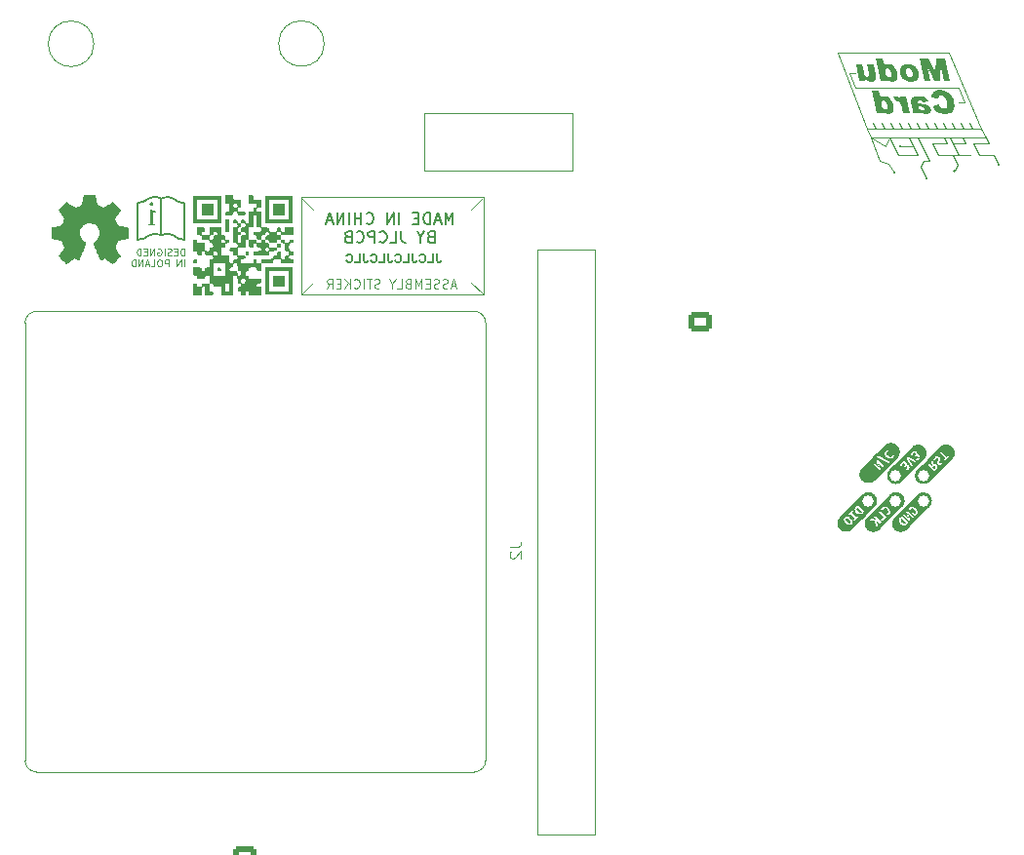
<source format=gbr>
%TF.GenerationSoftware,KiCad,Pcbnew,8.0.4*%
%TF.CreationDate,2025-02-21T02:52:24+01:00*%
%TF.ProjectId,OrangePie,4f72616e-6765-4506-9965-2e6b69636164,1.0.0*%
%TF.SameCoordinates,Original*%
%TF.FileFunction,Legend,Bot*%
%TF.FilePolarity,Positive*%
%FSLAX46Y46*%
G04 Gerber Fmt 4.6, Leading zero omitted, Abs format (unit mm)*
G04 Created by KiCad (PCBNEW 8.0.4) date 2025-02-21 02:52:24*
%MOMM*%
%LPD*%
G01*
G04 APERTURE LIST*
G04 Aperture macros list*
%AMRoundRect*
0 Rectangle with rounded corners*
0 $1 Rounding radius*
0 $2 $3 $4 $5 $6 $7 $8 $9 X,Y pos of 4 corners*
0 Add a 4 corners polygon primitive as box body*
4,1,4,$2,$3,$4,$5,$6,$7,$8,$9,$2,$3,0*
0 Add four circle primitives for the rounded corners*
1,1,$1+$1,$2,$3*
1,1,$1+$1,$4,$5*
1,1,$1+$1,$6,$7*
1,1,$1+$1,$8,$9*
0 Add four rect primitives between the rounded corners*
20,1,$1+$1,$2,$3,$4,$5,0*
20,1,$1+$1,$4,$5,$6,$7,0*
20,1,$1+$1,$6,$7,$8,$9,0*
20,1,$1+$1,$8,$9,$2,$3,0*%
G04 Aperture macros list end*
%ADD10C,0.200000*%
%ADD11C,0.100000*%
%ADD12C,0.400000*%
%ADD13C,0.150000*%
%ADD14C,0.010000*%
%ADD15C,0.000000*%
%ADD16C,0.120000*%
%ADD17C,1.300000*%
%ADD18C,2.286000*%
%ADD19C,1.200000*%
%ADD20RoundRect,0.250000X-0.750000X0.600000X-0.750000X-0.600000X0.750000X-0.600000X0.750000X0.600000X0*%
%ADD21O,2.000000X1.700000*%
%ADD22C,1.600000*%
%ADD23R,1.560000X1.560000*%
%ADD24C,1.560000*%
%ADD25RoundRect,0.250000X0.750000X-0.600000X0.750000X0.600000X-0.750000X0.600000X-0.750000X-0.600000X0*%
%ADD26C,0.650000*%
%ADD27O,1.000000X2.100000*%
%ADD28O,1.000000X1.800000*%
%ADD29C,2.850000*%
%ADD30RoundRect,0.249999X0.525001X0.525001X-0.525001X0.525001X-0.525001X-0.525001X0.525001X-0.525001X0*%
%ADD31C,1.550000*%
%ADD32C,1.000000*%
%ADD33C,4.500000*%
%ADD34O,1.700000X1.700000*%
%ADD35R,1.700000X1.700000*%
G04 APERTURE END LIST*
D10*
X78552380Y-66157275D02*
X78552380Y-65157275D01*
X78552380Y-65157275D02*
X78219047Y-65871560D01*
X78219047Y-65871560D02*
X77885714Y-65157275D01*
X77885714Y-65157275D02*
X77885714Y-66157275D01*
X77457142Y-65871560D02*
X76980952Y-65871560D01*
X77552380Y-66157275D02*
X77219047Y-65157275D01*
X77219047Y-65157275D02*
X76885714Y-66157275D01*
X76552380Y-66157275D02*
X76552380Y-65157275D01*
X76552380Y-65157275D02*
X76314285Y-65157275D01*
X76314285Y-65157275D02*
X76171428Y-65204894D01*
X76171428Y-65204894D02*
X76076190Y-65300132D01*
X76076190Y-65300132D02*
X76028571Y-65395370D01*
X76028571Y-65395370D02*
X75980952Y-65585846D01*
X75980952Y-65585846D02*
X75980952Y-65728703D01*
X75980952Y-65728703D02*
X76028571Y-65919179D01*
X76028571Y-65919179D02*
X76076190Y-66014417D01*
X76076190Y-66014417D02*
X76171428Y-66109656D01*
X76171428Y-66109656D02*
X76314285Y-66157275D01*
X76314285Y-66157275D02*
X76552380Y-66157275D01*
X75552380Y-65633465D02*
X75219047Y-65633465D01*
X75076190Y-66157275D02*
X75552380Y-66157275D01*
X75552380Y-66157275D02*
X75552380Y-65157275D01*
X75552380Y-65157275D02*
X75076190Y-65157275D01*
X73885713Y-66157275D02*
X73885713Y-65157275D01*
X73409523Y-66157275D02*
X73409523Y-65157275D01*
X73409523Y-65157275D02*
X72838095Y-66157275D01*
X72838095Y-66157275D02*
X72838095Y-65157275D01*
X71028571Y-66062036D02*
X71076190Y-66109656D01*
X71076190Y-66109656D02*
X71219047Y-66157275D01*
X71219047Y-66157275D02*
X71314285Y-66157275D01*
X71314285Y-66157275D02*
X71457142Y-66109656D01*
X71457142Y-66109656D02*
X71552380Y-66014417D01*
X71552380Y-66014417D02*
X71599999Y-65919179D01*
X71599999Y-65919179D02*
X71647618Y-65728703D01*
X71647618Y-65728703D02*
X71647618Y-65585846D01*
X71647618Y-65585846D02*
X71599999Y-65395370D01*
X71599999Y-65395370D02*
X71552380Y-65300132D01*
X71552380Y-65300132D02*
X71457142Y-65204894D01*
X71457142Y-65204894D02*
X71314285Y-65157275D01*
X71314285Y-65157275D02*
X71219047Y-65157275D01*
X71219047Y-65157275D02*
X71076190Y-65204894D01*
X71076190Y-65204894D02*
X71028571Y-65252513D01*
X70599999Y-66157275D02*
X70599999Y-65157275D01*
X70599999Y-65633465D02*
X70028571Y-65633465D01*
X70028571Y-66157275D02*
X70028571Y-65157275D01*
X69552380Y-66157275D02*
X69552380Y-65157275D01*
X69076190Y-66157275D02*
X69076190Y-65157275D01*
X69076190Y-65157275D02*
X68504762Y-66157275D01*
X68504762Y-66157275D02*
X68504762Y-65157275D01*
X68076190Y-65871560D02*
X67600000Y-65871560D01*
X68171428Y-66157275D02*
X67838095Y-65157275D01*
X67838095Y-65157275D02*
X67504762Y-66157275D01*
X76623809Y-67243409D02*
X76480952Y-67291028D01*
X76480952Y-67291028D02*
X76433333Y-67338647D01*
X76433333Y-67338647D02*
X76385714Y-67433885D01*
X76385714Y-67433885D02*
X76385714Y-67576742D01*
X76385714Y-67576742D02*
X76433333Y-67671980D01*
X76433333Y-67671980D02*
X76480952Y-67719600D01*
X76480952Y-67719600D02*
X76576190Y-67767219D01*
X76576190Y-67767219D02*
X76957142Y-67767219D01*
X76957142Y-67767219D02*
X76957142Y-66767219D01*
X76957142Y-66767219D02*
X76623809Y-66767219D01*
X76623809Y-66767219D02*
X76528571Y-66814838D01*
X76528571Y-66814838D02*
X76480952Y-66862457D01*
X76480952Y-66862457D02*
X76433333Y-66957695D01*
X76433333Y-66957695D02*
X76433333Y-67052933D01*
X76433333Y-67052933D02*
X76480952Y-67148171D01*
X76480952Y-67148171D02*
X76528571Y-67195790D01*
X76528571Y-67195790D02*
X76623809Y-67243409D01*
X76623809Y-67243409D02*
X76957142Y-67243409D01*
X75766666Y-67291028D02*
X75766666Y-67767219D01*
X76099999Y-66767219D02*
X75766666Y-67291028D01*
X75766666Y-67291028D02*
X75433333Y-66767219D01*
X74052380Y-66767219D02*
X74052380Y-67481504D01*
X74052380Y-67481504D02*
X74099999Y-67624361D01*
X74099999Y-67624361D02*
X74195237Y-67719600D01*
X74195237Y-67719600D02*
X74338094Y-67767219D01*
X74338094Y-67767219D02*
X74433332Y-67767219D01*
X73099999Y-67767219D02*
X73576189Y-67767219D01*
X73576189Y-67767219D02*
X73576189Y-66767219D01*
X72195237Y-67671980D02*
X72242856Y-67719600D01*
X72242856Y-67719600D02*
X72385713Y-67767219D01*
X72385713Y-67767219D02*
X72480951Y-67767219D01*
X72480951Y-67767219D02*
X72623808Y-67719600D01*
X72623808Y-67719600D02*
X72719046Y-67624361D01*
X72719046Y-67624361D02*
X72766665Y-67529123D01*
X72766665Y-67529123D02*
X72814284Y-67338647D01*
X72814284Y-67338647D02*
X72814284Y-67195790D01*
X72814284Y-67195790D02*
X72766665Y-67005314D01*
X72766665Y-67005314D02*
X72719046Y-66910076D01*
X72719046Y-66910076D02*
X72623808Y-66814838D01*
X72623808Y-66814838D02*
X72480951Y-66767219D01*
X72480951Y-66767219D02*
X72385713Y-66767219D01*
X72385713Y-66767219D02*
X72242856Y-66814838D01*
X72242856Y-66814838D02*
X72195237Y-66862457D01*
X71766665Y-67767219D02*
X71766665Y-66767219D01*
X71766665Y-66767219D02*
X71385713Y-66767219D01*
X71385713Y-66767219D02*
X71290475Y-66814838D01*
X71290475Y-66814838D02*
X71242856Y-66862457D01*
X71242856Y-66862457D02*
X71195237Y-66957695D01*
X71195237Y-66957695D02*
X71195237Y-67100552D01*
X71195237Y-67100552D02*
X71242856Y-67195790D01*
X71242856Y-67195790D02*
X71290475Y-67243409D01*
X71290475Y-67243409D02*
X71385713Y-67291028D01*
X71385713Y-67291028D02*
X71766665Y-67291028D01*
X70195237Y-67671980D02*
X70242856Y-67719600D01*
X70242856Y-67719600D02*
X70385713Y-67767219D01*
X70385713Y-67767219D02*
X70480951Y-67767219D01*
X70480951Y-67767219D02*
X70623808Y-67719600D01*
X70623808Y-67719600D02*
X70719046Y-67624361D01*
X70719046Y-67624361D02*
X70766665Y-67529123D01*
X70766665Y-67529123D02*
X70814284Y-67338647D01*
X70814284Y-67338647D02*
X70814284Y-67195790D01*
X70814284Y-67195790D02*
X70766665Y-67005314D01*
X70766665Y-67005314D02*
X70719046Y-66910076D01*
X70719046Y-66910076D02*
X70623808Y-66814838D01*
X70623808Y-66814838D02*
X70480951Y-66767219D01*
X70480951Y-66767219D02*
X70385713Y-66767219D01*
X70385713Y-66767219D02*
X70242856Y-66814838D01*
X70242856Y-66814838D02*
X70195237Y-66862457D01*
X69433332Y-67243409D02*
X69290475Y-67291028D01*
X69290475Y-67291028D02*
X69242856Y-67338647D01*
X69242856Y-67338647D02*
X69195237Y-67433885D01*
X69195237Y-67433885D02*
X69195237Y-67576742D01*
X69195237Y-67576742D02*
X69242856Y-67671980D01*
X69242856Y-67671980D02*
X69290475Y-67719600D01*
X69290475Y-67719600D02*
X69385713Y-67767219D01*
X69385713Y-67767219D02*
X69766665Y-67767219D01*
X69766665Y-67767219D02*
X69766665Y-66767219D01*
X69766665Y-66767219D02*
X69433332Y-66767219D01*
X69433332Y-66767219D02*
X69338094Y-66814838D01*
X69338094Y-66814838D02*
X69290475Y-66862457D01*
X69290475Y-66862457D02*
X69242856Y-66957695D01*
X69242856Y-66957695D02*
X69242856Y-67052933D01*
X69242856Y-67052933D02*
X69290475Y-67148171D01*
X69290475Y-67148171D02*
X69338094Y-67195790D01*
X69338094Y-67195790D02*
X69433332Y-67243409D01*
X69433332Y-67243409D02*
X69766665Y-67243409D01*
D11*
X55227043Y-68886379D02*
X55227043Y-68286379D01*
X55227043Y-68286379D02*
X55084186Y-68286379D01*
X55084186Y-68286379D02*
X54998472Y-68314950D01*
X54998472Y-68314950D02*
X54941329Y-68372093D01*
X54941329Y-68372093D02*
X54912758Y-68429236D01*
X54912758Y-68429236D02*
X54884186Y-68543522D01*
X54884186Y-68543522D02*
X54884186Y-68629236D01*
X54884186Y-68629236D02*
X54912758Y-68743522D01*
X54912758Y-68743522D02*
X54941329Y-68800665D01*
X54941329Y-68800665D02*
X54998472Y-68857808D01*
X54998472Y-68857808D02*
X55084186Y-68886379D01*
X55084186Y-68886379D02*
X55227043Y-68886379D01*
X54627043Y-68572093D02*
X54427043Y-68572093D01*
X54341329Y-68886379D02*
X54627043Y-68886379D01*
X54627043Y-68886379D02*
X54627043Y-68286379D01*
X54627043Y-68286379D02*
X54341329Y-68286379D01*
X54112758Y-68857808D02*
X54027044Y-68886379D01*
X54027044Y-68886379D02*
X53884186Y-68886379D01*
X53884186Y-68886379D02*
X53827044Y-68857808D01*
X53827044Y-68857808D02*
X53798472Y-68829236D01*
X53798472Y-68829236D02*
X53769901Y-68772093D01*
X53769901Y-68772093D02*
X53769901Y-68714950D01*
X53769901Y-68714950D02*
X53798472Y-68657808D01*
X53798472Y-68657808D02*
X53827044Y-68629236D01*
X53827044Y-68629236D02*
X53884186Y-68600665D01*
X53884186Y-68600665D02*
X53998472Y-68572093D01*
X53998472Y-68572093D02*
X54055615Y-68543522D01*
X54055615Y-68543522D02*
X54084186Y-68514950D01*
X54084186Y-68514950D02*
X54112758Y-68457808D01*
X54112758Y-68457808D02*
X54112758Y-68400665D01*
X54112758Y-68400665D02*
X54084186Y-68343522D01*
X54084186Y-68343522D02*
X54055615Y-68314950D01*
X54055615Y-68314950D02*
X53998472Y-68286379D01*
X53998472Y-68286379D02*
X53855615Y-68286379D01*
X53855615Y-68286379D02*
X53769901Y-68314950D01*
X53512757Y-68886379D02*
X53512757Y-68286379D01*
X52912758Y-68314950D02*
X52969901Y-68286379D01*
X52969901Y-68286379D02*
X53055615Y-68286379D01*
X53055615Y-68286379D02*
X53141329Y-68314950D01*
X53141329Y-68314950D02*
X53198472Y-68372093D01*
X53198472Y-68372093D02*
X53227043Y-68429236D01*
X53227043Y-68429236D02*
X53255615Y-68543522D01*
X53255615Y-68543522D02*
X53255615Y-68629236D01*
X53255615Y-68629236D02*
X53227043Y-68743522D01*
X53227043Y-68743522D02*
X53198472Y-68800665D01*
X53198472Y-68800665D02*
X53141329Y-68857808D01*
X53141329Y-68857808D02*
X53055615Y-68886379D01*
X53055615Y-68886379D02*
X52998472Y-68886379D01*
X52998472Y-68886379D02*
X52912758Y-68857808D01*
X52912758Y-68857808D02*
X52884186Y-68829236D01*
X52884186Y-68829236D02*
X52884186Y-68629236D01*
X52884186Y-68629236D02*
X52998472Y-68629236D01*
X52627043Y-68886379D02*
X52627043Y-68286379D01*
X52627043Y-68286379D02*
X52284186Y-68886379D01*
X52284186Y-68886379D02*
X52284186Y-68286379D01*
X51998472Y-68572093D02*
X51798472Y-68572093D01*
X51712758Y-68886379D02*
X51998472Y-68886379D01*
X51998472Y-68886379D02*
X51998472Y-68286379D01*
X51998472Y-68286379D02*
X51712758Y-68286379D01*
X51455615Y-68886379D02*
X51455615Y-68286379D01*
X51455615Y-68286379D02*
X51312758Y-68286379D01*
X51312758Y-68286379D02*
X51227044Y-68314950D01*
X51227044Y-68314950D02*
X51169901Y-68372093D01*
X51169901Y-68372093D02*
X51141330Y-68429236D01*
X51141330Y-68429236D02*
X51112758Y-68543522D01*
X51112758Y-68543522D02*
X51112758Y-68629236D01*
X51112758Y-68629236D02*
X51141330Y-68743522D01*
X51141330Y-68743522D02*
X51169901Y-68800665D01*
X51169901Y-68800665D02*
X51227044Y-68857808D01*
X51227044Y-68857808D02*
X51312758Y-68886379D01*
X51312758Y-68886379D02*
X51455615Y-68886379D01*
X55227043Y-69852345D02*
X55227043Y-69252345D01*
X54941329Y-69852345D02*
X54941329Y-69252345D01*
X54941329Y-69252345D02*
X54598472Y-69852345D01*
X54598472Y-69852345D02*
X54598472Y-69252345D01*
X53855615Y-69852345D02*
X53855615Y-69252345D01*
X53855615Y-69252345D02*
X53627044Y-69252345D01*
X53627044Y-69252345D02*
X53569901Y-69280916D01*
X53569901Y-69280916D02*
X53541330Y-69309488D01*
X53541330Y-69309488D02*
X53512758Y-69366631D01*
X53512758Y-69366631D02*
X53512758Y-69452345D01*
X53512758Y-69452345D02*
X53541330Y-69509488D01*
X53541330Y-69509488D02*
X53569901Y-69538059D01*
X53569901Y-69538059D02*
X53627044Y-69566631D01*
X53627044Y-69566631D02*
X53855615Y-69566631D01*
X53141330Y-69252345D02*
X53027044Y-69252345D01*
X53027044Y-69252345D02*
X52969901Y-69280916D01*
X52969901Y-69280916D02*
X52912758Y-69338059D01*
X52912758Y-69338059D02*
X52884187Y-69452345D01*
X52884187Y-69452345D02*
X52884187Y-69652345D01*
X52884187Y-69652345D02*
X52912758Y-69766631D01*
X52912758Y-69766631D02*
X52969901Y-69823774D01*
X52969901Y-69823774D02*
X53027044Y-69852345D01*
X53027044Y-69852345D02*
X53141330Y-69852345D01*
X53141330Y-69852345D02*
X53198473Y-69823774D01*
X53198473Y-69823774D02*
X53255615Y-69766631D01*
X53255615Y-69766631D02*
X53284187Y-69652345D01*
X53284187Y-69652345D02*
X53284187Y-69452345D01*
X53284187Y-69452345D02*
X53255615Y-69338059D01*
X53255615Y-69338059D02*
X53198473Y-69280916D01*
X53198473Y-69280916D02*
X53141330Y-69252345D01*
X52341330Y-69852345D02*
X52627044Y-69852345D01*
X52627044Y-69852345D02*
X52627044Y-69252345D01*
X52169902Y-69680916D02*
X51884188Y-69680916D01*
X52227045Y-69852345D02*
X52027045Y-69252345D01*
X52027045Y-69252345D02*
X51827045Y-69852345D01*
X51627044Y-69852345D02*
X51627044Y-69252345D01*
X51627044Y-69252345D02*
X51284187Y-69852345D01*
X51284187Y-69852345D02*
X51284187Y-69252345D01*
X50998473Y-69852345D02*
X50998473Y-69252345D01*
X50998473Y-69252345D02*
X50855616Y-69252345D01*
X50855616Y-69252345D02*
X50769902Y-69280916D01*
X50769902Y-69280916D02*
X50712759Y-69338059D01*
X50712759Y-69338059D02*
X50684188Y-69395202D01*
X50684188Y-69395202D02*
X50655616Y-69509488D01*
X50655616Y-69509488D02*
X50655616Y-69595202D01*
X50655616Y-69595202D02*
X50684188Y-69709488D01*
X50684188Y-69709488D02*
X50712759Y-69766631D01*
X50712759Y-69766631D02*
X50769902Y-69823774D01*
X50769902Y-69823774D02*
X50855616Y-69852345D01*
X50855616Y-69852345D02*
X50998473Y-69852345D01*
D10*
X52141803Y-67153739D02*
G75*
G02*
X51195109Y-67508228I-880887J911126D01*
G01*
X55210626Y-64316537D02*
G75*
G02*
X54311975Y-63957490I-10510J1277824D01*
G01*
X52110841Y-63943032D02*
G75*
G02*
X51207660Y-64298647I-880025J910319D01*
G01*
X55200000Y-67500000D02*
G75*
G02*
X54317295Y-67146401I-8084J1258387D01*
G01*
X55200000Y-67500000D02*
X55210626Y-64316537D01*
X53218800Y-67119001D02*
X53235690Y-63930974D01*
X53218800Y-67119001D02*
G75*
G02*
X54322483Y-67152117I525316J-900612D01*
G01*
X51195108Y-67508848D02*
X51207660Y-64298622D01*
X52130242Y-67152851D02*
G75*
G02*
X53233959Y-67119753I578374J-867662D01*
G01*
X52100319Y-63943219D02*
G75*
G02*
X53204051Y-63910096I578397J-867494D01*
G01*
X53235690Y-63930974D02*
G75*
G02*
X54312025Y-63957424I516726J-885739D01*
G01*
D12*
G36*
X52254875Y-64907802D02*
G01*
X52254875Y-65957802D01*
X52246082Y-66091159D01*
X52218238Y-66151975D01*
X52168413Y-66171026D01*
X52062900Y-66173957D01*
X52062900Y-66267747D01*
X52723821Y-66267747D01*
X52723821Y-66173957D01*
X52607317Y-66165897D01*
X52558224Y-66136588D01*
X52537708Y-66070643D01*
X52532579Y-65953406D01*
X52532579Y-65453685D01*
X52534850Y-65304660D01*
X52536975Y-65260977D01*
X52549431Y-65162059D01*
X52569948Y-65127621D01*
X52608050Y-65121759D01*
X52645419Y-65126888D01*
X52712830Y-65148137D01*
X52752397Y-65058744D01*
X52344267Y-64907802D01*
X52254875Y-64907802D01*
G37*
G36*
X52393360Y-64251278D02*
G01*
X52277589Y-64298905D01*
X52229962Y-64415409D01*
X52276856Y-64531180D01*
X52393360Y-64579540D01*
X52510597Y-64531180D01*
X52557491Y-64415409D01*
X52510597Y-64298905D01*
X52393360Y-64251278D01*
G37*
D11*
X114528000Y-57900000D02*
X124434000Y-57900000D01*
X116484917Y-58633758D02*
X117246917Y-60157758D01*
X122950869Y-55620050D02*
X122431282Y-54338463D01*
X121691917Y-58633758D02*
X121945917Y-59141758D01*
X112992413Y-53062413D02*
X113512000Y-54344000D01*
X117576000Y-57900000D02*
X117322000Y-57392000D01*
X116814000Y-57900000D02*
X116560000Y-57392000D01*
X119100000Y-57900000D02*
X118846000Y-57392000D01*
X117494201Y-59395758D02*
G75*
G02*
X117307059Y-59395758I-93571J0D01*
G01*
X117307059Y-59395758D02*
G75*
G02*
X117494201Y-59395758I93571J0D01*
G01*
X119913917Y-60665758D02*
X119405917Y-60665758D01*
X119608000Y-57900000D02*
X119354000Y-57900000D01*
X119659917Y-60157758D02*
X119913917Y-60665758D01*
X120624000Y-57900000D02*
X120370000Y-57392000D01*
X120167917Y-59141758D02*
X120674123Y-60159808D01*
X116958208Y-61659609D02*
G75*
G02*
X116771066Y-61659609I-93571J0D01*
G01*
X116771066Y-61659609D02*
G75*
G02*
X116958208Y-61659609I93571J0D01*
G01*
X119753488Y-62189758D02*
G75*
G02*
X119566346Y-62189758I-93571J0D01*
G01*
X119566346Y-62189758D02*
G75*
G02*
X119753488Y-62189758I93571J0D01*
G01*
X116103917Y-59395758D02*
X114833917Y-58653857D01*
X123088917Y-59141758D02*
X121945917Y-59141758D01*
X117830000Y-57900000D02*
X116560000Y-57900000D01*
X114824628Y-58635281D02*
X114528000Y-57900000D01*
X116052000Y-57900000D02*
X115798000Y-57392000D01*
X112992413Y-53062413D02*
X113487504Y-53064612D01*
X115290000Y-57900000D02*
X115036000Y-57392000D01*
X122356298Y-61026402D02*
X122102298Y-61534402D01*
X118897917Y-60157758D02*
X117246917Y-60157758D01*
X125918808Y-61012688D02*
X125504379Y-60157117D01*
D10*
G36*
X121282904Y-51749162D02*
G01*
X120482276Y-51749162D01*
X120425123Y-52961584D01*
X119865318Y-51749162D01*
X119066644Y-51749162D01*
X119482834Y-53750000D01*
X119980601Y-53750000D01*
X119661131Y-52214200D01*
X120366016Y-53750000D01*
X120815912Y-53750000D01*
X120881369Y-52214200D01*
X121200838Y-53750000D01*
X121699094Y-53750000D01*
X121282904Y-51749162D01*
G37*
G36*
X118072637Y-52250221D02*
G01*
X118185065Y-52259773D01*
X118292150Y-52279940D01*
X118393893Y-52310721D01*
X118490292Y-52352116D01*
X118581349Y-52404125D01*
X118667063Y-52466748D01*
X118699456Y-52494379D01*
X118773759Y-52567483D01*
X118838521Y-52646335D01*
X118893743Y-52730935D01*
X118939424Y-52821283D01*
X118975565Y-52917380D01*
X119002164Y-53019225D01*
X119013636Y-53085604D01*
X119021459Y-53190836D01*
X119012209Y-53308204D01*
X118982625Y-53415852D01*
X118932708Y-53513780D01*
X118862457Y-53601988D01*
X118839937Y-53623697D01*
X118750719Y-53688649D01*
X118661372Y-53730667D01*
X118560141Y-53760079D01*
X118447026Y-53776886D01*
X118343685Y-53781263D01*
X118295928Y-53780419D01*
X118180743Y-53770931D01*
X118071568Y-53750900D01*
X117968404Y-53720327D01*
X117871251Y-53679211D01*
X117780108Y-53627553D01*
X117694976Y-53565352D01*
X117662818Y-53537886D01*
X117589018Y-53465047D01*
X117524640Y-53386246D01*
X117469683Y-53301481D01*
X117424147Y-53210753D01*
X117388033Y-53114063D01*
X117361341Y-53011409D01*
X117346572Y-52919701D01*
X117345969Y-52907490D01*
X117895320Y-52907490D01*
X117910399Y-53008967D01*
X117915978Y-53034593D01*
X117946186Y-53138861D01*
X117989539Y-53233505D01*
X118049129Y-53311828D01*
X118073415Y-53333924D01*
X118163949Y-53388060D01*
X118263085Y-53406106D01*
X118270354Y-53406012D01*
X118365301Y-53382170D01*
X118437475Y-53310362D01*
X118466463Y-53223923D01*
X118468657Y-53118980D01*
X118453106Y-53014829D01*
X118447756Y-52990555D01*
X118418201Y-52891100D01*
X118374847Y-52799356D01*
X118314376Y-52721249D01*
X118283169Y-52693385D01*
X118197117Y-52643041D01*
X118096512Y-52624528D01*
X117997715Y-52648342D01*
X117927007Y-52719783D01*
X117897881Y-52804871D01*
X117895320Y-52907490D01*
X117345969Y-52907490D01*
X117341443Y-52815791D01*
X117352823Y-52703028D01*
X117382903Y-52599381D01*
X117431683Y-52504849D01*
X117442290Y-52489132D01*
X117516730Y-52405303D01*
X117609684Y-52339437D01*
X117701287Y-52298272D01*
X117805746Y-52269580D01*
X117923061Y-52253363D01*
X118026170Y-52249371D01*
X118072637Y-52250221D01*
G37*
G36*
X115991627Y-52407152D02*
G01*
X116063923Y-52338032D01*
X116151850Y-52288939D01*
X116176290Y-52279665D01*
X116276911Y-52255902D01*
X116375577Y-52249371D01*
X116471942Y-52256172D01*
X116579766Y-52281297D01*
X116682636Y-52324934D01*
X116766865Y-52377072D01*
X116847454Y-52442812D01*
X116909814Y-52507295D01*
X116975989Y-52595726D01*
X117032718Y-52696213D01*
X117072777Y-52789161D01*
X117106277Y-52890482D01*
X117133218Y-53000174D01*
X117141024Y-53040518D01*
X117154579Y-53138022D01*
X117159605Y-53248698D01*
X117152370Y-53352471D01*
X117132872Y-53449340D01*
X117094628Y-53553628D01*
X117056830Y-53619207D01*
X116988725Y-53692343D01*
X116902903Y-53743694D01*
X116799363Y-53773260D01*
X116696512Y-53781263D01*
X116624918Y-53777629D01*
X116521077Y-53758556D01*
X116421494Y-53723133D01*
X116349778Y-53683211D01*
X116269634Y-53623894D01*
X116189464Y-53553140D01*
X116230496Y-53750000D01*
X115718563Y-53750000D01*
X115542910Y-52905542D01*
X116096527Y-52905542D01*
X116111794Y-53006036D01*
X116117528Y-53032134D01*
X116144013Y-53127251D01*
X116185105Y-53225282D01*
X116246128Y-53312316D01*
X116257361Y-53323674D01*
X116339307Y-53382658D01*
X116440057Y-53406106D01*
X116516152Y-53388341D01*
X116585137Y-53313293D01*
X116607874Y-53228274D01*
X116606872Y-53123908D01*
X116590510Y-53019713D01*
X116584803Y-52993509D01*
X116558959Y-52898269D01*
X116519871Y-52800773D01*
X116463016Y-52715387D01*
X116382129Y-52650171D01*
X116284230Y-52624528D01*
X116194664Y-52645351D01*
X116123518Y-52719295D01*
X116097598Y-52803810D01*
X116096527Y-52905542D01*
X115542910Y-52905542D01*
X115302374Y-51749162D01*
X115854851Y-51749162D01*
X115991627Y-52407152D01*
G37*
G36*
X113851083Y-53750000D02*
G01*
X114362039Y-53750000D01*
X114312702Y-53512107D01*
X114384020Y-53579671D01*
X114461919Y-53643199D01*
X114545572Y-53698287D01*
X114586254Y-53719713D01*
X114679426Y-53754756D01*
X114782297Y-53775252D01*
X114884230Y-53781263D01*
X114989193Y-53772592D01*
X115088446Y-53742109D01*
X115175343Y-53682499D01*
X115209561Y-53642533D01*
X115252744Y-53552398D01*
X115269978Y-53452427D01*
X115268729Y-53349624D01*
X115255529Y-53250122D01*
X115248640Y-53214619D01*
X115054711Y-52280635D01*
X114505165Y-52280635D01*
X114673204Y-53089078D01*
X114685657Y-53188178D01*
X114664411Y-53285450D01*
X114578590Y-53339946D01*
X114536916Y-53343579D01*
X114438109Y-53321797D01*
X114360085Y-53266399D01*
X114302312Y-53182976D01*
X114266210Y-53091156D01*
X114239917Y-52987962D01*
X114092883Y-52280635D01*
X113545779Y-52280635D01*
X113851083Y-53750000D01*
G37*
D11*
X121945917Y-60157758D02*
X122453917Y-60157758D01*
X122910000Y-57900000D02*
X124180000Y-57900000D01*
X122453917Y-60157758D02*
X123469917Y-60157758D01*
X122148000Y-57900000D02*
X121894000Y-57392000D01*
X118338000Y-57900000D02*
X118084000Y-57392000D01*
X123672000Y-57900000D02*
X123418000Y-57392000D01*
X122950869Y-55620050D02*
X122455778Y-55617851D01*
X119405917Y-60665758D02*
X119151917Y-61173758D01*
X115594637Y-60643609D02*
X116356637Y-60897609D01*
X122910000Y-57900000D02*
X122529000Y-57900000D01*
X119862000Y-57900000D02*
X119608000Y-57392000D01*
X122360346Y-61013329D02*
X121945917Y-60157758D01*
X119151917Y-61173758D02*
X119659917Y-62189758D01*
X123723917Y-59141758D02*
X124232585Y-60159167D01*
X121894000Y-54344000D02*
X122431282Y-54338463D01*
X119608000Y-57900000D02*
X120878000Y-57900000D01*
D10*
G36*
X120719655Y-55731159D02*
G01*
X120219445Y-55888940D01*
X120265714Y-55984740D01*
X120316471Y-56073387D01*
X120371716Y-56154882D01*
X120440348Y-56239260D01*
X120467596Y-56268494D01*
X120543647Y-56339812D01*
X120624766Y-56401850D01*
X120710954Y-56454607D01*
X120802209Y-56498082D01*
X120900608Y-56531848D01*
X121008716Y-56555967D01*
X121111275Y-56569157D01*
X121221267Y-56574961D01*
X121254058Y-56575263D01*
X121369600Y-56571948D01*
X121475525Y-56562005D01*
X121571833Y-56545433D01*
X121672038Y-56517720D01*
X121759152Y-56480985D01*
X121845859Y-56424656D01*
X121921818Y-56350437D01*
X121979467Y-56270819D01*
X122028888Y-56177504D01*
X122041497Y-56148326D01*
X122072151Y-56054262D01*
X122090475Y-55950856D01*
X122096469Y-55838107D01*
X122092044Y-55737014D01*
X122079057Y-55629432D01*
X122062502Y-55538696D01*
X122033536Y-55418567D01*
X121997930Y-55305597D01*
X121955684Y-55199786D01*
X121906797Y-55101135D01*
X121851270Y-55009643D01*
X121789103Y-54925311D01*
X121720295Y-54848137D01*
X121644847Y-54778124D01*
X121563453Y-54715727D01*
X121477052Y-54661650D01*
X121385644Y-54615893D01*
X121289229Y-54578455D01*
X121187807Y-54549337D01*
X121081378Y-54528538D01*
X120969943Y-54516059D01*
X120853500Y-54511899D01*
X120741854Y-54515668D01*
X120639558Y-54526973D01*
X120529145Y-54550489D01*
X120432196Y-54584859D01*
X120336106Y-54638674D01*
X120300534Y-54666260D01*
X120228333Y-54741718D01*
X120169876Y-54833023D01*
X120130709Y-54923899D01*
X120101640Y-55026418D01*
X120082669Y-55140580D01*
X120644916Y-55262213D01*
X120662999Y-55163358D01*
X120676668Y-55128368D01*
X120736945Y-55049498D01*
X120778762Y-55019436D01*
X120871116Y-54986272D01*
X120936054Y-54980845D01*
X121035736Y-54991256D01*
X121138608Y-55027857D01*
X121221811Y-55082514D01*
X121288252Y-55147419D01*
X121345040Y-55228103D01*
X121388447Y-55318573D01*
X121420968Y-55412209D01*
X121448393Y-55519355D01*
X121451895Y-55535765D01*
X121469655Y-55633021D01*
X121481837Y-55736473D01*
X121483459Y-55838891D01*
X121465625Y-55941652D01*
X121446033Y-55984683D01*
X121375439Y-56058803D01*
X121284538Y-56096695D01*
X121191532Y-56106316D01*
X121088626Y-56096966D01*
X120990195Y-56065083D01*
X120907233Y-56010573D01*
X120835701Y-55934139D01*
X120777082Y-55846823D01*
X120729547Y-55753717D01*
X120719655Y-55731159D01*
G37*
G36*
X119119147Y-55045419D02*
G01*
X119219393Y-55053485D01*
X119324540Y-55069261D01*
X119358047Y-55076077D01*
X119455770Y-55102973D01*
X119547289Y-55143023D01*
X119583298Y-55164074D01*
X119666764Y-55224390D01*
X119740241Y-55298361D01*
X119785407Y-55360719D01*
X119836331Y-55452677D01*
X119876040Y-55543581D01*
X119366549Y-55606107D01*
X119325356Y-55538375D01*
X119252732Y-55466400D01*
X119237759Y-55457845D01*
X119140931Y-55426429D01*
X119041218Y-55418528D01*
X118993224Y-55421154D01*
X118903465Y-55460538D01*
X118885822Y-55504594D01*
X118892230Y-55606107D01*
X118905974Y-55610994D01*
X118999086Y-55641889D01*
X119098859Y-55670099D01*
X119105093Y-55671661D01*
X119202563Y-55693569D01*
X119306733Y-55714940D01*
X119403253Y-55733974D01*
X119515538Y-55755584D01*
X119625429Y-55780120D01*
X119720875Y-55809706D01*
X119812268Y-55849701D01*
X119899976Y-55908968D01*
X119970370Y-55986525D01*
X120021023Y-56077473D01*
X120049941Y-56171773D01*
X120057946Y-56273287D01*
X120034463Y-56372610D01*
X119977157Y-56459003D01*
X119913928Y-56509867D01*
X119820681Y-56549717D01*
X119718137Y-56569699D01*
X119613235Y-56575263D01*
X119565783Y-56574316D01*
X119462979Y-56565266D01*
X119365662Y-56546633D01*
X119263967Y-56514690D01*
X119182759Y-56476022D01*
X119098317Y-56423155D01*
X119018748Y-56362771D01*
X119019236Y-56457049D01*
X118996766Y-56544000D01*
X118483856Y-56544000D01*
X118495465Y-56495206D01*
X118508280Y-56394034D01*
X118503908Y-56329205D01*
X118487275Y-56231857D01*
X118415648Y-55887475D01*
X118950848Y-55887475D01*
X118967457Y-55968075D01*
X118985752Y-56034135D01*
X119032425Y-56121948D01*
X119079883Y-56169873D01*
X119164805Y-56221599D01*
X119241728Y-56249649D01*
X119343102Y-56262632D01*
X119374123Y-56261309D01*
X119467666Y-56225018D01*
X119469938Y-56222616D01*
X119492579Y-56127321D01*
X119488018Y-56111262D01*
X119427122Y-56034020D01*
X119393294Y-56014145D01*
X119297070Y-55978923D01*
X119199487Y-55953420D01*
X119151602Y-55942321D01*
X119049855Y-55916268D01*
X118950848Y-55887475D01*
X118415648Y-55887475D01*
X118352453Y-55583637D01*
X118348758Y-55564129D01*
X118340329Y-55463887D01*
X118347568Y-55366260D01*
X118369861Y-55276247D01*
X118421330Y-55189917D01*
X118459417Y-55153539D01*
X118546275Y-55101608D01*
X118645056Y-55071704D01*
X118723061Y-55059308D01*
X118826217Y-55049597D01*
X118931600Y-55044727D01*
X119034379Y-55043371D01*
X119119147Y-55045419D01*
G37*
G36*
X117883507Y-55074635D02*
G01*
X117371085Y-55074635D01*
X117421399Y-55316923D01*
X117362774Y-55236724D01*
X117294584Y-55159692D01*
X117224540Y-55101990D01*
X117133886Y-55059915D01*
X117032284Y-55043600D01*
X117017910Y-55043371D01*
X116918668Y-55055867D01*
X116824913Y-55089584D01*
X116769271Y-55119087D01*
X117021818Y-55522576D01*
X117115446Y-55487907D01*
X117166410Y-55481055D01*
X117266794Y-55503891D01*
X117347150Y-55566781D01*
X117352034Y-55572401D01*
X117411669Y-55662128D01*
X117453884Y-55756438D01*
X117487166Y-55854355D01*
X117517768Y-55968037D01*
X117536682Y-56052583D01*
X117638775Y-56544000D01*
X118188810Y-56544000D01*
X117883507Y-55074635D01*
G37*
G36*
X115653570Y-55201152D02*
G01*
X115725866Y-55132032D01*
X115813793Y-55082939D01*
X115838232Y-55073665D01*
X115938854Y-55049902D01*
X116037519Y-55043371D01*
X116133885Y-55050172D01*
X116241709Y-55075297D01*
X116344578Y-55118934D01*
X116428808Y-55171072D01*
X116509397Y-55236812D01*
X116571757Y-55301295D01*
X116637932Y-55389726D01*
X116694661Y-55490213D01*
X116734720Y-55583161D01*
X116768220Y-55684482D01*
X116795161Y-55794174D01*
X116802967Y-55834518D01*
X116816522Y-55932022D01*
X116821548Y-56042698D01*
X116814312Y-56146471D01*
X116794815Y-56243340D01*
X116756570Y-56347628D01*
X116718772Y-56413207D01*
X116650668Y-56486343D01*
X116564846Y-56537694D01*
X116461306Y-56567260D01*
X116358454Y-56575263D01*
X116286861Y-56571629D01*
X116183019Y-56552556D01*
X116083437Y-56517133D01*
X116011721Y-56477211D01*
X115931577Y-56417894D01*
X115851406Y-56347140D01*
X115892439Y-56544000D01*
X115380506Y-56544000D01*
X115204852Y-55699542D01*
X115758470Y-55699542D01*
X115773737Y-55800036D01*
X115779471Y-55826134D01*
X115805956Y-55921251D01*
X115847048Y-56019282D01*
X115908071Y-56106316D01*
X115919304Y-56117674D01*
X116001249Y-56176658D01*
X116102000Y-56200106D01*
X116178095Y-56182341D01*
X116247080Y-56107293D01*
X116269817Y-56022274D01*
X116268815Y-55917908D01*
X116252453Y-55813713D01*
X116246746Y-55787509D01*
X116220902Y-55692269D01*
X116181813Y-55594773D01*
X116124958Y-55509387D01*
X116044072Y-55444171D01*
X115946173Y-55418528D01*
X115856607Y-55439351D01*
X115785461Y-55513295D01*
X115759540Y-55597810D01*
X115758470Y-55699542D01*
X115204852Y-55699542D01*
X114964316Y-54543162D01*
X115516794Y-54543162D01*
X115653570Y-55201152D01*
G37*
D11*
X113575500Y-54344000D02*
X121894000Y-54344000D01*
X124434000Y-57900000D02*
X121640000Y-51296000D01*
X118897917Y-58633758D02*
X119659917Y-60157758D01*
X119354000Y-57900000D02*
X117830000Y-57900000D01*
X126012379Y-61012688D02*
G75*
G02*
X125825237Y-61012688I-93571J0D01*
G01*
X125825237Y-61012688D02*
G75*
G02*
X126012379Y-61012688I93571J0D01*
G01*
X114824628Y-58635281D02*
X124801527Y-58633882D01*
X121386000Y-57900000D02*
X121132000Y-57392000D01*
X118516917Y-59395758D02*
X117400630Y-59395758D01*
X124434000Y-57900000D02*
X124801527Y-58633882D01*
X121531488Y-59141758D02*
G75*
G02*
X121344346Y-59141758I-93571J0D01*
G01*
X121344346Y-59141758D02*
G75*
G02*
X121531488Y-59141758I93571J0D01*
G01*
X124801527Y-58633882D02*
X125066783Y-59148868D01*
X121945917Y-59141758D02*
X122452123Y-60159808D01*
X122834917Y-58633758D02*
X123088917Y-59141758D01*
X124232585Y-60159167D02*
X125504379Y-60157117D01*
X125066783Y-59148868D02*
X123723917Y-59141758D01*
X121183917Y-58633758D02*
X121437917Y-59141758D01*
X120675917Y-60157758D02*
X121945917Y-60157758D01*
X122910000Y-57900000D02*
X122656000Y-57392000D01*
X114833917Y-58653857D02*
X115594637Y-60643609D01*
X111988000Y-51296000D02*
X114528000Y-57900000D01*
X116356637Y-60897609D02*
X116864637Y-61659609D01*
X116484917Y-58633758D02*
X116103917Y-59395758D01*
X122195869Y-61534402D02*
G75*
G02*
X122008727Y-61534402I-93571J0D01*
G01*
X122008727Y-61534402D02*
G75*
G02*
X122195869Y-61534402I93571J0D01*
G01*
X121437917Y-59141758D02*
X120167917Y-59141758D01*
X118135917Y-58633758D02*
X118897917Y-60157758D01*
X121640000Y-51296000D02*
X111988000Y-51296000D01*
X80167995Y-71219003D02*
X81167995Y-72219003D01*
X66407580Y-71225383D02*
X65407021Y-72225942D01*
X66407021Y-64871942D02*
X65407021Y-63871942D01*
X65407021Y-63825942D02*
X81207020Y-63825942D01*
X81207020Y-72225942D01*
X65407021Y-72225942D01*
X65407021Y-63825942D01*
X80167995Y-64865003D02*
X81167995Y-63865003D01*
X78788850Y-71494265D02*
X78407897Y-71494265D01*
X78865040Y-71722837D02*
X78598373Y-70922837D01*
X78598373Y-70922837D02*
X78331707Y-71722837D01*
X78103136Y-71684742D02*
X77988850Y-71722837D01*
X77988850Y-71722837D02*
X77798374Y-71722837D01*
X77798374Y-71722837D02*
X77722183Y-71684742D01*
X77722183Y-71684742D02*
X77684088Y-71646646D01*
X77684088Y-71646646D02*
X77645993Y-71570456D01*
X77645993Y-71570456D02*
X77645993Y-71494265D01*
X77645993Y-71494265D02*
X77684088Y-71418075D01*
X77684088Y-71418075D02*
X77722183Y-71379980D01*
X77722183Y-71379980D02*
X77798374Y-71341884D01*
X77798374Y-71341884D02*
X77950755Y-71303789D01*
X77950755Y-71303789D02*
X78026945Y-71265694D01*
X78026945Y-71265694D02*
X78065040Y-71227599D01*
X78065040Y-71227599D02*
X78103136Y-71151408D01*
X78103136Y-71151408D02*
X78103136Y-71075218D01*
X78103136Y-71075218D02*
X78065040Y-70999027D01*
X78065040Y-70999027D02*
X78026945Y-70960932D01*
X78026945Y-70960932D02*
X77950755Y-70922837D01*
X77950755Y-70922837D02*
X77760278Y-70922837D01*
X77760278Y-70922837D02*
X77645993Y-70960932D01*
X77341231Y-71684742D02*
X77226945Y-71722837D01*
X77226945Y-71722837D02*
X77036469Y-71722837D01*
X77036469Y-71722837D02*
X76960278Y-71684742D01*
X76960278Y-71684742D02*
X76922183Y-71646646D01*
X76922183Y-71646646D02*
X76884088Y-71570456D01*
X76884088Y-71570456D02*
X76884088Y-71494265D01*
X76884088Y-71494265D02*
X76922183Y-71418075D01*
X76922183Y-71418075D02*
X76960278Y-71379980D01*
X76960278Y-71379980D02*
X77036469Y-71341884D01*
X77036469Y-71341884D02*
X77188850Y-71303789D01*
X77188850Y-71303789D02*
X77265040Y-71265694D01*
X77265040Y-71265694D02*
X77303135Y-71227599D01*
X77303135Y-71227599D02*
X77341231Y-71151408D01*
X77341231Y-71151408D02*
X77341231Y-71075218D01*
X77341231Y-71075218D02*
X77303135Y-70999027D01*
X77303135Y-70999027D02*
X77265040Y-70960932D01*
X77265040Y-70960932D02*
X77188850Y-70922837D01*
X77188850Y-70922837D02*
X76998373Y-70922837D01*
X76998373Y-70922837D02*
X76884088Y-70960932D01*
X76541230Y-71303789D02*
X76274564Y-71303789D01*
X76160278Y-71722837D02*
X76541230Y-71722837D01*
X76541230Y-71722837D02*
X76541230Y-70922837D01*
X76541230Y-70922837D02*
X76160278Y-70922837D01*
X75817420Y-71722837D02*
X75817420Y-70922837D01*
X75817420Y-70922837D02*
X75550754Y-71494265D01*
X75550754Y-71494265D02*
X75284087Y-70922837D01*
X75284087Y-70922837D02*
X75284087Y-71722837D01*
X74636468Y-71303789D02*
X74522182Y-71341884D01*
X74522182Y-71341884D02*
X74484087Y-71379980D01*
X74484087Y-71379980D02*
X74445991Y-71456170D01*
X74445991Y-71456170D02*
X74445991Y-71570456D01*
X74445991Y-71570456D02*
X74484087Y-71646646D01*
X74484087Y-71646646D02*
X74522182Y-71684742D01*
X74522182Y-71684742D02*
X74598372Y-71722837D01*
X74598372Y-71722837D02*
X74903134Y-71722837D01*
X74903134Y-71722837D02*
X74903134Y-70922837D01*
X74903134Y-70922837D02*
X74636468Y-70922837D01*
X74636468Y-70922837D02*
X74560277Y-70960932D01*
X74560277Y-70960932D02*
X74522182Y-70999027D01*
X74522182Y-70999027D02*
X74484087Y-71075218D01*
X74484087Y-71075218D02*
X74484087Y-71151408D01*
X74484087Y-71151408D02*
X74522182Y-71227599D01*
X74522182Y-71227599D02*
X74560277Y-71265694D01*
X74560277Y-71265694D02*
X74636468Y-71303789D01*
X74636468Y-71303789D02*
X74903134Y-71303789D01*
X73722182Y-71722837D02*
X74103134Y-71722837D01*
X74103134Y-71722837D02*
X74103134Y-70922837D01*
X73303134Y-71341884D02*
X73303134Y-71722837D01*
X73569801Y-70922837D02*
X73303134Y-71341884D01*
X73303134Y-71341884D02*
X73036468Y-70922837D01*
X72198373Y-71684742D02*
X72084087Y-71722837D01*
X72084087Y-71722837D02*
X71893611Y-71722837D01*
X71893611Y-71722837D02*
X71817420Y-71684742D01*
X71817420Y-71684742D02*
X71779325Y-71646646D01*
X71779325Y-71646646D02*
X71741230Y-71570456D01*
X71741230Y-71570456D02*
X71741230Y-71494265D01*
X71741230Y-71494265D02*
X71779325Y-71418075D01*
X71779325Y-71418075D02*
X71817420Y-71379980D01*
X71817420Y-71379980D02*
X71893611Y-71341884D01*
X71893611Y-71341884D02*
X72045992Y-71303789D01*
X72045992Y-71303789D02*
X72122182Y-71265694D01*
X72122182Y-71265694D02*
X72160277Y-71227599D01*
X72160277Y-71227599D02*
X72198373Y-71151408D01*
X72198373Y-71151408D02*
X72198373Y-71075218D01*
X72198373Y-71075218D02*
X72160277Y-70999027D01*
X72160277Y-70999027D02*
X72122182Y-70960932D01*
X72122182Y-70960932D02*
X72045992Y-70922837D01*
X72045992Y-70922837D02*
X71855515Y-70922837D01*
X71855515Y-70922837D02*
X71741230Y-70960932D01*
X71512658Y-70922837D02*
X71055515Y-70922837D01*
X71284087Y-71722837D02*
X71284087Y-70922837D01*
X70788848Y-71722837D02*
X70788848Y-70922837D01*
X69950753Y-71646646D02*
X69988849Y-71684742D01*
X69988849Y-71684742D02*
X70103134Y-71722837D01*
X70103134Y-71722837D02*
X70179325Y-71722837D01*
X70179325Y-71722837D02*
X70293611Y-71684742D01*
X70293611Y-71684742D02*
X70369801Y-71608551D01*
X70369801Y-71608551D02*
X70407896Y-71532361D01*
X70407896Y-71532361D02*
X70445992Y-71379980D01*
X70445992Y-71379980D02*
X70445992Y-71265694D01*
X70445992Y-71265694D02*
X70407896Y-71113313D01*
X70407896Y-71113313D02*
X70369801Y-71037122D01*
X70369801Y-71037122D02*
X70293611Y-70960932D01*
X70293611Y-70960932D02*
X70179325Y-70922837D01*
X70179325Y-70922837D02*
X70103134Y-70922837D01*
X70103134Y-70922837D02*
X69988849Y-70960932D01*
X69988849Y-70960932D02*
X69950753Y-70999027D01*
X69607896Y-71722837D02*
X69607896Y-70922837D01*
X69150753Y-71722837D02*
X69493611Y-71265694D01*
X69150753Y-70922837D02*
X69607896Y-71379980D01*
X68807896Y-71303789D02*
X68541230Y-71303789D01*
X68426944Y-71722837D02*
X68807896Y-71722837D01*
X68807896Y-71722837D02*
X68807896Y-70922837D01*
X68807896Y-70922837D02*
X68426944Y-70922837D01*
X67626943Y-71722837D02*
X67893610Y-71341884D01*
X68084086Y-71722837D02*
X68084086Y-70922837D01*
X68084086Y-70922837D02*
X67779324Y-70922837D01*
X67779324Y-70922837D02*
X67703134Y-70960932D01*
X67703134Y-70960932D02*
X67665039Y-70999027D01*
X67665039Y-70999027D02*
X67626943Y-71075218D01*
X67626943Y-71075218D02*
X67626943Y-71189503D01*
X67626943Y-71189503D02*
X67665039Y-71265694D01*
X67665039Y-71265694D02*
X67703134Y-71303789D01*
X67703134Y-71303789D02*
X67779324Y-71341884D01*
X67779324Y-71341884D02*
X68084086Y-71341884D01*
X67379899Y-50479899D02*
G75*
G02*
X63420101Y-50479899I-1979899J0D01*
G01*
X63420101Y-50479899D02*
G75*
G02*
X67379899Y-50479899I1979899J0D01*
G01*
X47379899Y-50500000D02*
G75*
G02*
X43420101Y-50500000I-1979899J0D01*
G01*
X43420101Y-50500000D02*
G75*
G02*
X47379899Y-50500000I1979899J0D01*
G01*
D13*
G36*
X77257278Y-68719159D02*
G01*
X77095100Y-68719159D01*
X77095100Y-69232851D01*
X77095942Y-69274726D01*
X77098964Y-69317112D01*
X77104992Y-69357818D01*
X77112686Y-69387799D01*
X77129030Y-69425485D01*
X77151463Y-69458752D01*
X77179986Y-69487598D01*
X77198464Y-69501713D01*
X77236537Y-69522399D01*
X77275622Y-69535102D01*
X77319641Y-69542457D01*
X77362204Y-69544505D01*
X77405037Y-69542162D01*
X77443995Y-69535135D01*
X77484550Y-69521015D01*
X77519831Y-69500519D01*
X77545875Y-69477875D01*
X77570951Y-69445657D01*
X77589932Y-69407473D01*
X77601349Y-69369996D01*
X77608287Y-69328137D01*
X77610746Y-69281895D01*
X77457361Y-69269390D01*
X77453726Y-69311071D01*
X77444023Y-69350629D01*
X77437040Y-69364742D01*
X77408686Y-69393593D01*
X77369785Y-69406288D01*
X77356733Y-69406947D01*
X77317855Y-69401788D01*
X77284436Y-69381271D01*
X77279943Y-69375684D01*
X77265268Y-69338999D01*
X77259071Y-69295638D01*
X77257300Y-69251470D01*
X77257278Y-69245356D01*
X77257278Y-68719159D01*
G37*
G36*
X76920613Y-69532000D02*
G01*
X76920613Y-68719159D01*
X76758045Y-68719159D01*
X76758045Y-69394442D01*
X76353579Y-69394442D01*
X76353579Y-69532000D01*
X76920613Y-69532000D01*
G37*
G36*
X75725777Y-69219369D02*
G01*
X75568094Y-69269390D01*
X75580625Y-69309359D01*
X75595503Y-69345979D01*
X75616454Y-69385503D01*
X75640785Y-69420204D01*
X75668496Y-69450084D01*
X75688848Y-69467324D01*
X75722029Y-69489304D01*
X75758411Y-69506736D01*
X75797995Y-69519620D01*
X75840779Y-69527957D01*
X75886765Y-69531747D01*
X75902804Y-69532000D01*
X75942018Y-69530302D01*
X75988527Y-69523406D01*
X76032250Y-69511205D01*
X76073188Y-69493700D01*
X76111339Y-69470890D01*
X76146705Y-69442775D01*
X76166587Y-69423360D01*
X76196308Y-69387464D01*
X76220992Y-69347676D01*
X76240638Y-69303994D01*
X76252728Y-69266246D01*
X76261594Y-69226007D01*
X76267236Y-69183277D01*
X76269654Y-69138056D01*
X76269755Y-69126361D01*
X76268134Y-69077928D01*
X76263270Y-69032279D01*
X76255164Y-68989414D01*
X76243816Y-68949334D01*
X76229226Y-68912038D01*
X76206428Y-68869334D01*
X76178565Y-68830980D01*
X76166001Y-68816856D01*
X76131923Y-68785109D01*
X76094659Y-68758742D01*
X76054208Y-68737756D01*
X76010571Y-68722151D01*
X75963747Y-68711927D01*
X75923993Y-68707623D01*
X75892839Y-68706654D01*
X75847976Y-68708915D01*
X75805832Y-68715699D01*
X75766406Y-68727004D01*
X75729700Y-68742833D01*
X75695713Y-68763183D01*
X75664446Y-68788056D01*
X75652700Y-68799271D01*
X75626957Y-68829704D01*
X75604633Y-68866096D01*
X75587904Y-68902828D01*
X75573794Y-68944122D01*
X75570243Y-68956759D01*
X75731248Y-68981769D01*
X75744726Y-68941140D01*
X75765545Y-68906836D01*
X75790844Y-68881141D01*
X75824318Y-68860116D01*
X75862410Y-68847818D01*
X75901046Y-68844212D01*
X75943691Y-68848193D01*
X75982135Y-68860136D01*
X76016377Y-68880042D01*
X76046419Y-68907910D01*
X76070782Y-68944705D01*
X76086390Y-68985016D01*
X76095526Y-69025595D01*
X76100747Y-69071739D01*
X76102107Y-69114442D01*
X76100766Y-69159636D01*
X76096745Y-69200576D01*
X76088380Y-69244086D01*
X76076155Y-69281469D01*
X76057013Y-69317338D01*
X76047201Y-69330157D01*
X76017684Y-69358282D01*
X75984040Y-69378371D01*
X75946267Y-69390424D01*
X75904368Y-69394442D01*
X75861916Y-69389455D01*
X75823759Y-69374493D01*
X75792798Y-69352237D01*
X75766186Y-69321126D01*
X75746642Y-69285035D01*
X75732772Y-69246518D01*
X75725777Y-69219369D01*
G37*
G36*
X75142330Y-68719159D02*
G01*
X74980153Y-68719159D01*
X74980153Y-69232851D01*
X74980994Y-69274726D01*
X74984017Y-69317112D01*
X74990045Y-69357818D01*
X74997738Y-69387799D01*
X75014082Y-69425485D01*
X75036516Y-69458752D01*
X75065039Y-69487598D01*
X75083516Y-69501713D01*
X75121590Y-69522399D01*
X75160674Y-69535102D01*
X75204693Y-69542457D01*
X75247257Y-69544505D01*
X75290089Y-69542162D01*
X75329048Y-69535135D01*
X75369602Y-69521015D01*
X75404883Y-69500519D01*
X75430927Y-69477875D01*
X75456004Y-69445657D01*
X75474984Y-69407473D01*
X75486401Y-69369996D01*
X75493339Y-69328137D01*
X75495798Y-69281895D01*
X75342414Y-69269390D01*
X75338778Y-69311071D01*
X75329076Y-69350629D01*
X75322093Y-69364742D01*
X75293738Y-69393593D01*
X75254837Y-69406288D01*
X75241786Y-69406947D01*
X75202907Y-69401788D01*
X75169489Y-69381271D01*
X75164996Y-69375684D01*
X75150321Y-69338999D01*
X75144123Y-69295638D01*
X75142352Y-69251470D01*
X75142330Y-69245356D01*
X75142330Y-68719159D01*
G37*
G36*
X74805666Y-69532000D02*
G01*
X74805666Y-68719159D01*
X74643098Y-68719159D01*
X74643098Y-69394442D01*
X74238631Y-69394442D01*
X74238631Y-69532000D01*
X74805666Y-69532000D01*
G37*
G36*
X73610830Y-69219369D02*
G01*
X73453146Y-69269390D01*
X73465677Y-69309359D01*
X73480555Y-69345979D01*
X73501507Y-69385503D01*
X73525838Y-69420204D01*
X73553549Y-69450084D01*
X73573900Y-69467324D01*
X73607081Y-69489304D01*
X73643463Y-69506736D01*
X73683047Y-69519620D01*
X73725831Y-69527957D01*
X73771817Y-69531747D01*
X73787857Y-69532000D01*
X73827070Y-69530302D01*
X73873579Y-69523406D01*
X73917302Y-69511205D01*
X73958240Y-69493700D01*
X73996391Y-69470890D01*
X74031757Y-69442775D01*
X74051639Y-69423360D01*
X74081360Y-69387464D01*
X74106044Y-69347676D01*
X74125690Y-69303994D01*
X74137780Y-69266246D01*
X74146647Y-69226007D01*
X74152289Y-69183277D01*
X74154707Y-69138056D01*
X74154807Y-69126361D01*
X74153186Y-69077928D01*
X74148323Y-69032279D01*
X74140217Y-68989414D01*
X74128869Y-68949334D01*
X74114278Y-68912038D01*
X74091481Y-68869334D01*
X74063617Y-68830980D01*
X74051053Y-68816856D01*
X74016975Y-68785109D01*
X73979711Y-68758742D01*
X73939260Y-68737756D01*
X73895623Y-68722151D01*
X73848799Y-68711927D01*
X73809045Y-68707623D01*
X73777892Y-68706654D01*
X73733028Y-68708915D01*
X73690884Y-68715699D01*
X73651459Y-68727004D01*
X73614753Y-68742833D01*
X73580766Y-68763183D01*
X73549498Y-68788056D01*
X73537752Y-68799271D01*
X73512009Y-68829704D01*
X73489685Y-68866096D01*
X73472957Y-68902828D01*
X73458846Y-68944122D01*
X73455296Y-68956759D01*
X73616301Y-68981769D01*
X73629778Y-68941140D01*
X73650598Y-68906836D01*
X73675896Y-68881141D01*
X73709370Y-68860116D01*
X73747462Y-68847818D01*
X73786098Y-68844212D01*
X73828743Y-68848193D01*
X73867187Y-68860136D01*
X73901430Y-68880042D01*
X73931472Y-68907910D01*
X73955835Y-68944705D01*
X73971443Y-68985016D01*
X73980579Y-69025595D01*
X73985799Y-69071739D01*
X73987159Y-69114442D01*
X73985819Y-69159636D01*
X73981797Y-69200576D01*
X73973433Y-69244086D01*
X73961207Y-69281469D01*
X73942065Y-69317338D01*
X73932253Y-69330157D01*
X73902736Y-69358282D01*
X73869092Y-69378371D01*
X73831320Y-69390424D01*
X73789420Y-69394442D01*
X73746968Y-69389455D01*
X73708811Y-69374493D01*
X73677850Y-69352237D01*
X73651239Y-69321126D01*
X73631694Y-69285035D01*
X73617824Y-69246518D01*
X73610830Y-69219369D01*
G37*
G36*
X73027382Y-68719159D02*
G01*
X72865205Y-68719159D01*
X72865205Y-69232851D01*
X72866047Y-69274726D01*
X72869069Y-69317112D01*
X72875097Y-69357818D01*
X72882791Y-69387799D01*
X72899134Y-69425485D01*
X72921568Y-69458752D01*
X72950091Y-69487598D01*
X72968569Y-69501713D01*
X73006642Y-69522399D01*
X73045727Y-69535102D01*
X73089746Y-69542457D01*
X73132309Y-69544505D01*
X73175142Y-69542162D01*
X73214100Y-69535135D01*
X73254654Y-69521015D01*
X73289936Y-69500519D01*
X73315980Y-69477875D01*
X73341056Y-69445657D01*
X73360036Y-69407473D01*
X73371453Y-69369996D01*
X73378391Y-69328137D01*
X73380851Y-69281895D01*
X73227466Y-69269390D01*
X73223831Y-69311071D01*
X73214128Y-69350629D01*
X73207145Y-69364742D01*
X73178791Y-69393593D01*
X73139890Y-69406288D01*
X73126838Y-69406947D01*
X73087960Y-69401788D01*
X73054541Y-69381271D01*
X73050048Y-69375684D01*
X73035373Y-69338999D01*
X73029175Y-69295638D01*
X73027404Y-69251470D01*
X73027382Y-69245356D01*
X73027382Y-68719159D01*
G37*
G36*
X72690718Y-69532000D02*
G01*
X72690718Y-68719159D01*
X72528150Y-68719159D01*
X72528150Y-69394442D01*
X72123684Y-69394442D01*
X72123684Y-69532000D01*
X72690718Y-69532000D01*
G37*
G36*
X71495882Y-69219369D02*
G01*
X71338199Y-69269390D01*
X71350730Y-69309359D01*
X71365607Y-69345979D01*
X71386559Y-69385503D01*
X71410890Y-69420204D01*
X71438601Y-69450084D01*
X71458952Y-69467324D01*
X71492134Y-69489304D01*
X71528516Y-69506736D01*
X71568099Y-69519620D01*
X71610884Y-69527957D01*
X71656869Y-69531747D01*
X71672909Y-69532000D01*
X71712122Y-69530302D01*
X71758632Y-69523406D01*
X71802355Y-69511205D01*
X71843292Y-69493700D01*
X71881444Y-69470890D01*
X71916809Y-69442775D01*
X71936691Y-69423360D01*
X71966413Y-69387464D01*
X71991097Y-69347676D01*
X72010743Y-69303994D01*
X72022833Y-69266246D01*
X72031699Y-69226007D01*
X72037341Y-69183277D01*
X72039759Y-69138056D01*
X72039860Y-69126361D01*
X72038238Y-69077928D01*
X72033375Y-69032279D01*
X72025269Y-68989414D01*
X72013921Y-68949334D01*
X71999331Y-68912038D01*
X71976533Y-68869334D01*
X71948669Y-68830980D01*
X71936105Y-68816856D01*
X71902028Y-68785109D01*
X71864763Y-68758742D01*
X71824313Y-68737756D01*
X71780675Y-68722151D01*
X71733851Y-68711927D01*
X71694098Y-68707623D01*
X71662944Y-68706654D01*
X71618081Y-68708915D01*
X71575936Y-68715699D01*
X71536511Y-68727004D01*
X71499805Y-68742833D01*
X71465818Y-68763183D01*
X71434550Y-68788056D01*
X71422804Y-68799271D01*
X71397061Y-68829704D01*
X71374737Y-68866096D01*
X71358009Y-68902828D01*
X71343899Y-68944122D01*
X71340348Y-68956759D01*
X71501353Y-68981769D01*
X71514830Y-68941140D01*
X71535650Y-68906836D01*
X71560948Y-68881141D01*
X71594422Y-68860116D01*
X71632514Y-68847818D01*
X71671151Y-68844212D01*
X71713795Y-68848193D01*
X71752239Y-68860136D01*
X71786482Y-68880042D01*
X71816524Y-68907910D01*
X71840887Y-68944705D01*
X71856495Y-68985016D01*
X71865631Y-69025595D01*
X71870852Y-69071739D01*
X71872211Y-69114442D01*
X71870871Y-69159636D01*
X71866849Y-69200576D01*
X71858485Y-69244086D01*
X71846260Y-69281469D01*
X71827118Y-69317338D01*
X71817306Y-69330157D01*
X71787789Y-69358282D01*
X71754144Y-69378371D01*
X71716372Y-69390424D01*
X71674472Y-69394442D01*
X71632021Y-69389455D01*
X71593864Y-69374493D01*
X71562902Y-69352237D01*
X71536291Y-69321126D01*
X71516746Y-69285035D01*
X71502876Y-69246518D01*
X71495882Y-69219369D01*
G37*
G36*
X70912435Y-68719159D02*
G01*
X70750257Y-68719159D01*
X70750257Y-69232851D01*
X70751099Y-69274726D01*
X70754121Y-69317112D01*
X70760149Y-69357818D01*
X70767843Y-69387799D01*
X70784187Y-69425485D01*
X70806620Y-69458752D01*
X70835143Y-69487598D01*
X70853621Y-69501713D01*
X70891694Y-69522399D01*
X70930779Y-69535102D01*
X70974798Y-69542457D01*
X71017361Y-69544505D01*
X71060194Y-69542162D01*
X71099152Y-69535135D01*
X71139707Y-69521015D01*
X71174988Y-69500519D01*
X71201032Y-69477875D01*
X71226108Y-69445657D01*
X71245089Y-69407473D01*
X71256506Y-69369996D01*
X71263444Y-69328137D01*
X71265903Y-69281895D01*
X71112518Y-69269390D01*
X71108883Y-69311071D01*
X71099180Y-69350629D01*
X71092197Y-69364742D01*
X71063843Y-69393593D01*
X71024942Y-69406288D01*
X71011890Y-69406947D01*
X70973012Y-69401788D01*
X70939593Y-69381271D01*
X70935100Y-69375684D01*
X70920425Y-69338999D01*
X70914228Y-69295638D01*
X70912457Y-69251470D01*
X70912435Y-69245356D01*
X70912435Y-68719159D01*
G37*
G36*
X70575770Y-69532000D02*
G01*
X70575770Y-68719159D01*
X70413202Y-68719159D01*
X70413202Y-69394442D01*
X70008736Y-69394442D01*
X70008736Y-69532000D01*
X70575770Y-69532000D01*
G37*
G36*
X69380934Y-69219369D02*
G01*
X69223251Y-69269390D01*
X69235782Y-69309359D01*
X69250660Y-69345979D01*
X69271611Y-69385503D01*
X69295942Y-69420204D01*
X69323653Y-69450084D01*
X69344005Y-69467324D01*
X69377186Y-69489304D01*
X69413568Y-69506736D01*
X69453152Y-69519620D01*
X69495936Y-69527957D01*
X69541922Y-69531747D01*
X69557961Y-69532000D01*
X69597175Y-69530302D01*
X69643684Y-69523406D01*
X69687407Y-69511205D01*
X69728345Y-69493700D01*
X69766496Y-69470890D01*
X69801862Y-69442775D01*
X69821744Y-69423360D01*
X69851465Y-69387464D01*
X69876149Y-69347676D01*
X69895795Y-69303994D01*
X69907885Y-69266246D01*
X69916751Y-69226007D01*
X69922393Y-69183277D01*
X69924811Y-69138056D01*
X69924912Y-69126361D01*
X69923291Y-69077928D01*
X69918427Y-69032279D01*
X69910321Y-68989414D01*
X69898973Y-68949334D01*
X69884383Y-68912038D01*
X69861585Y-68869334D01*
X69833722Y-68830980D01*
X69821158Y-68816856D01*
X69787080Y-68785109D01*
X69749816Y-68758742D01*
X69709365Y-68737756D01*
X69665728Y-68722151D01*
X69618904Y-68711927D01*
X69579150Y-68707623D01*
X69547996Y-68706654D01*
X69503133Y-68708915D01*
X69460989Y-68715699D01*
X69421564Y-68727004D01*
X69384857Y-68742833D01*
X69350870Y-68763183D01*
X69319603Y-68788056D01*
X69307857Y-68799271D01*
X69282114Y-68829704D01*
X69259790Y-68866096D01*
X69243061Y-68902828D01*
X69228951Y-68944122D01*
X69225400Y-68956759D01*
X69386405Y-68981769D01*
X69399883Y-68941140D01*
X69420702Y-68906836D01*
X69446001Y-68881141D01*
X69479475Y-68860116D01*
X69517567Y-68847818D01*
X69556203Y-68844212D01*
X69598848Y-68848193D01*
X69637292Y-68860136D01*
X69671534Y-68880042D01*
X69701576Y-68907910D01*
X69725940Y-68944705D01*
X69741547Y-68985016D01*
X69750683Y-69025595D01*
X69755904Y-69071739D01*
X69757264Y-69114442D01*
X69755923Y-69159636D01*
X69751902Y-69200576D01*
X69743537Y-69244086D01*
X69731312Y-69281469D01*
X69712170Y-69317338D01*
X69702358Y-69330157D01*
X69672841Y-69358282D01*
X69639197Y-69378371D01*
X69601425Y-69390424D01*
X69559525Y-69394442D01*
X69517073Y-69389455D01*
X69478916Y-69374493D01*
X69447955Y-69352237D01*
X69421343Y-69321126D01*
X69401799Y-69285035D01*
X69387929Y-69246518D01*
X69380934Y-69219369D01*
G37*
D11*
X83480225Y-94180167D02*
X84194510Y-94180167D01*
X84194510Y-94180167D02*
X84337367Y-94132548D01*
X84337367Y-94132548D02*
X84432606Y-94037310D01*
X84432606Y-94037310D02*
X84480225Y-93894453D01*
X84480225Y-93894453D02*
X84480225Y-93799215D01*
X83575463Y-94608739D02*
X83527844Y-94656358D01*
X83527844Y-94656358D02*
X83480225Y-94751596D01*
X83480225Y-94751596D02*
X83480225Y-94989691D01*
X83480225Y-94989691D02*
X83527844Y-95084929D01*
X83527844Y-95084929D02*
X83575463Y-95132548D01*
X83575463Y-95132548D02*
X83670701Y-95180167D01*
X83670701Y-95180167D02*
X83765939Y-95180167D01*
X83765939Y-95180167D02*
X83908796Y-95132548D01*
X83908796Y-95132548D02*
X84480225Y-94561120D01*
X84480225Y-94561120D02*
X84480225Y-95180167D01*
D14*
%TO.C,REF\u002A\u002A*%
X47537275Y-64068931D02*
X47621095Y-64513555D01*
X48239667Y-64768551D01*
X48610707Y-64516246D01*
X48684144Y-64466506D01*
X48781499Y-64401218D01*
X48865787Y-64345454D01*
X48932631Y-64302078D01*
X48977654Y-64273953D01*
X48996478Y-64263942D01*
X49008039Y-64271061D01*
X49042596Y-64300894D01*
X49094894Y-64349852D01*
X49160500Y-64413440D01*
X49234983Y-64487163D01*
X49313913Y-64566525D01*
X49392856Y-64647031D01*
X49467384Y-64724185D01*
X49533063Y-64793493D01*
X49585463Y-64850457D01*
X49620153Y-64890584D01*
X49632701Y-64909377D01*
X49629782Y-64917451D01*
X49609571Y-64953469D01*
X49572663Y-65012744D01*
X49522050Y-65090630D01*
X49460725Y-65182481D01*
X49391679Y-65283650D01*
X49353787Y-65338826D01*
X49288606Y-65434884D01*
X49232723Y-65518717D01*
X49189117Y-65585777D01*
X49160769Y-65631519D01*
X49150657Y-65651396D01*
X49150823Y-65652497D01*
X49159743Y-65677694D01*
X49180206Y-65729147D01*
X49209360Y-65800135D01*
X49244353Y-65883935D01*
X49282332Y-65973828D01*
X49320445Y-66063091D01*
X49355839Y-66145003D01*
X49385662Y-66212843D01*
X49407061Y-66259890D01*
X49417184Y-66279422D01*
X49423174Y-66281155D01*
X49459566Y-66288969D01*
X49524427Y-66301915D01*
X49612565Y-66318979D01*
X49718787Y-66339151D01*
X49837902Y-66361418D01*
X49900683Y-66373223D01*
X50015912Y-66395748D01*
X50116662Y-66416550D01*
X50197426Y-66434435D01*
X50252698Y-66448208D01*
X50276971Y-66456674D01*
X50281331Y-66465066D01*
X50288563Y-66506072D01*
X50294246Y-66574368D01*
X50298382Y-66663529D01*
X50300977Y-66767128D01*
X50302036Y-66878740D01*
X50301561Y-66991938D01*
X50299559Y-67100296D01*
X50296033Y-67197389D01*
X50290987Y-67276790D01*
X50284427Y-67332072D01*
X50276356Y-67356810D01*
X50271458Y-67359600D01*
X50234930Y-67371569D01*
X50171565Y-67387405D01*
X50088686Y-67405374D01*
X49993618Y-67423741D01*
X49961542Y-67429591D01*
X49813393Y-67456798D01*
X49696961Y-67478663D01*
X49608209Y-67496093D01*
X49543103Y-67509996D01*
X49497606Y-67521277D01*
X49467682Y-67530843D01*
X49449294Y-67539601D01*
X49438407Y-67548457D01*
X49437142Y-67549943D01*
X49419338Y-67580931D01*
X49392994Y-67637634D01*
X49360661Y-67713399D01*
X49324893Y-67801574D01*
X49288244Y-67895507D01*
X49253266Y-67988547D01*
X49222513Y-68074041D01*
X49198538Y-68145336D01*
X49183895Y-68195782D01*
X49181136Y-68218726D01*
X49182981Y-68221703D01*
X49202075Y-68250493D01*
X49237984Y-68303595D01*
X49287378Y-68376117D01*
X49346927Y-68463167D01*
X49413303Y-68559854D01*
X49431520Y-68586456D01*
X49495577Y-68681875D01*
X49550937Y-68767212D01*
X49594439Y-68837405D01*
X49622924Y-68887394D01*
X49633232Y-68912116D01*
X49631011Y-68918616D01*
X49607858Y-68950644D01*
X49562177Y-69002945D01*
X49497241Y-69071999D01*
X49416319Y-69154286D01*
X49322685Y-69246286D01*
X49269165Y-69297781D01*
X49184542Y-69377983D01*
X49110475Y-69446678D01*
X49050941Y-69500252D01*
X49009917Y-69535085D01*
X48991381Y-69547563D01*
X48978646Y-69542938D01*
X48939436Y-69521057D01*
X48882495Y-69485273D01*
X48815250Y-69440117D01*
X48767438Y-69407165D01*
X48671985Y-69341727D01*
X48570125Y-69272228D01*
X48477088Y-69209075D01*
X48294832Y-69085800D01*
X48141841Y-69168520D01*
X48105817Y-69187613D01*
X48040303Y-69220272D01*
X47989640Y-69242819D01*
X47962564Y-69251226D01*
X47953703Y-69240430D01*
X47931699Y-69199323D01*
X47899199Y-69131549D01*
X47858010Y-69041409D01*
X47809942Y-68933205D01*
X47756802Y-68811237D01*
X47700399Y-68679808D01*
X47642542Y-68543218D01*
X47585038Y-68405767D01*
X47529697Y-68271758D01*
X47478326Y-68145491D01*
X47432735Y-68031268D01*
X47394732Y-67933390D01*
X47366124Y-67856157D01*
X47348721Y-67803871D01*
X47344331Y-67780833D01*
X47344628Y-67780160D01*
X47365077Y-67758863D01*
X47407850Y-67725508D01*
X47464117Y-67687011D01*
X47481877Y-67675256D01*
X47617014Y-67563735D01*
X47728856Y-67430906D01*
X47814755Y-67282298D01*
X47872062Y-67123440D01*
X47898131Y-66959860D01*
X47890313Y-66797088D01*
X47858644Y-66652315D01*
X47801782Y-66506124D01*
X47718888Y-66375703D01*
X47605131Y-66251813D01*
X47560433Y-66212235D01*
X47415935Y-66114723D01*
X47259838Y-66049050D01*
X47096667Y-66014630D01*
X46930943Y-66010874D01*
X46767192Y-66037194D01*
X46609936Y-66093003D01*
X46463698Y-66177714D01*
X46333004Y-66290737D01*
X46222374Y-66431487D01*
X46201105Y-66466342D01*
X46128810Y-66625655D01*
X46090415Y-66791552D01*
X46084914Y-66959737D01*
X46111301Y-67125913D01*
X46168570Y-67285784D01*
X46255717Y-67435053D01*
X46371736Y-67569423D01*
X46515622Y-67684599D01*
X46520294Y-67687702D01*
X46575964Y-67726933D01*
X46617689Y-67760286D01*
X46636746Y-67780833D01*
X46634342Y-67796941D01*
X46619391Y-67843844D01*
X46592881Y-67916539D01*
X46556620Y-68010725D01*
X46512416Y-68122098D01*
X46462076Y-68246358D01*
X46407407Y-68379202D01*
X46350218Y-68516327D01*
X46292316Y-68653432D01*
X46235510Y-68786215D01*
X46181606Y-68910374D01*
X46132412Y-69021606D01*
X46089737Y-69115609D01*
X46055387Y-69188082D01*
X46031171Y-69234722D01*
X46018897Y-69251226D01*
X46008689Y-69248991D01*
X45968586Y-69232926D01*
X45909318Y-69204759D01*
X45839619Y-69168520D01*
X45686629Y-69085800D01*
X45504373Y-69209075D01*
X45450527Y-69245579D01*
X45350374Y-69313784D01*
X45250525Y-69382098D01*
X45166211Y-69440117D01*
X45119679Y-69471736D01*
X45059200Y-69511020D01*
X45014357Y-69537912D01*
X44992455Y-69547883D01*
X44983045Y-69543650D01*
X44949031Y-69517721D01*
X44896595Y-69472070D01*
X44830301Y-69411186D01*
X44754713Y-69339561D01*
X44674396Y-69261683D01*
X44593913Y-69182045D01*
X44517829Y-69105135D01*
X44450707Y-69035445D01*
X44397112Y-68977464D01*
X44361608Y-68935684D01*
X44348759Y-68914593D01*
X44349500Y-68910581D01*
X44364793Y-68877920D01*
X44397462Y-68821412D01*
X44444350Y-68746163D01*
X44502301Y-68657275D01*
X44568157Y-68559854D01*
X44586627Y-68532982D01*
X44651482Y-68438423D01*
X44708609Y-68354827D01*
X44754678Y-68287084D01*
X44786359Y-68240086D01*
X44800324Y-68218726D01*
X44800668Y-68217811D01*
X44796546Y-68191678D01*
X44780807Y-68138740D01*
X44756004Y-68065647D01*
X44724689Y-67979052D01*
X44689417Y-67885608D01*
X44652740Y-67791965D01*
X44617212Y-67704777D01*
X44585386Y-67630695D01*
X44559816Y-67576371D01*
X44543053Y-67548457D01*
X44541374Y-67546724D01*
X44529372Y-67537956D01*
X44509103Y-67529115D01*
X44476529Y-67519292D01*
X44427616Y-67507583D01*
X44358327Y-67493080D01*
X44264625Y-67474876D01*
X44142476Y-67452066D01*
X43987842Y-67423741D01*
X43955770Y-67417780D01*
X43863893Y-67399352D01*
X43786607Y-67381892D01*
X43731236Y-67367133D01*
X43705105Y-67356810D01*
X43700733Y-67348197D01*
X43693445Y-67306826D01*
X43687669Y-67238241D01*
X43683410Y-67148868D01*
X43680673Y-67045135D01*
X43679462Y-66933465D01*
X43679782Y-66820287D01*
X43681636Y-66712026D01*
X43685030Y-66615108D01*
X43689967Y-66535959D01*
X43696452Y-66481006D01*
X43704489Y-66456674D01*
X43712696Y-66453079D01*
X43753519Y-66441748D01*
X43822524Y-66425722D01*
X43914203Y-66406195D01*
X44023050Y-66384362D01*
X44143558Y-66361418D01*
X44209357Y-66349159D01*
X44322135Y-66327901D01*
X44419207Y-66309287D01*
X44495382Y-66294328D01*
X44545469Y-66284036D01*
X44564276Y-66279422D01*
X44564983Y-66278471D01*
X44576961Y-66254310D01*
X44599794Y-66203694D01*
X44630630Y-66133338D01*
X44666613Y-66049958D01*
X44704891Y-65960270D01*
X44742609Y-65870989D01*
X44776913Y-65788832D01*
X44804949Y-65720513D01*
X44823864Y-65672748D01*
X44830803Y-65652254D01*
X44827742Y-65645043D01*
X44807372Y-65610728D01*
X44770422Y-65552970D01*
X44719860Y-65476299D01*
X44658657Y-65385248D01*
X44589781Y-65284350D01*
X44551994Y-65229093D01*
X44486782Y-65132215D01*
X44430871Y-65047193D01*
X44387241Y-64978662D01*
X44358877Y-64931260D01*
X44348759Y-64909623D01*
X44355790Y-64897887D01*
X44385197Y-64862818D01*
X44433441Y-64809745D01*
X44496093Y-64743164D01*
X44568725Y-64667574D01*
X44646908Y-64587472D01*
X44726214Y-64507354D01*
X44802213Y-64431718D01*
X44870478Y-64365062D01*
X44926580Y-64311882D01*
X44966090Y-64276676D01*
X44984579Y-64263942D01*
X44994843Y-64268893D01*
X45032530Y-64291857D01*
X45093348Y-64330938D01*
X45172913Y-64383272D01*
X45266843Y-64445996D01*
X45370754Y-64516246D01*
X45741794Y-64768551D01*
X46051080Y-64641053D01*
X46360365Y-64513555D01*
X46444186Y-64068931D01*
X46528006Y-63624307D01*
X47453454Y-63624307D01*
X47537275Y-64068931D01*
G36*
X47537275Y-64068931D02*
G01*
X47621095Y-64513555D01*
X48239667Y-64768551D01*
X48610707Y-64516246D01*
X48684144Y-64466506D01*
X48781499Y-64401218D01*
X48865787Y-64345454D01*
X48932631Y-64302078D01*
X48977654Y-64273953D01*
X48996478Y-64263942D01*
X49008039Y-64271061D01*
X49042596Y-64300894D01*
X49094894Y-64349852D01*
X49160500Y-64413440D01*
X49234983Y-64487163D01*
X49313913Y-64566525D01*
X49392856Y-64647031D01*
X49467384Y-64724185D01*
X49533063Y-64793493D01*
X49585463Y-64850457D01*
X49620153Y-64890584D01*
X49632701Y-64909377D01*
X49629782Y-64917451D01*
X49609571Y-64953469D01*
X49572663Y-65012744D01*
X49522050Y-65090630D01*
X49460725Y-65182481D01*
X49391679Y-65283650D01*
X49353787Y-65338826D01*
X49288606Y-65434884D01*
X49232723Y-65518717D01*
X49189117Y-65585777D01*
X49160769Y-65631519D01*
X49150657Y-65651396D01*
X49150823Y-65652497D01*
X49159743Y-65677694D01*
X49180206Y-65729147D01*
X49209360Y-65800135D01*
X49244353Y-65883935D01*
X49282332Y-65973828D01*
X49320445Y-66063091D01*
X49355839Y-66145003D01*
X49385662Y-66212843D01*
X49407061Y-66259890D01*
X49417184Y-66279422D01*
X49423174Y-66281155D01*
X49459566Y-66288969D01*
X49524427Y-66301915D01*
X49612565Y-66318979D01*
X49718787Y-66339151D01*
X49837902Y-66361418D01*
X49900683Y-66373223D01*
X50015912Y-66395748D01*
X50116662Y-66416550D01*
X50197426Y-66434435D01*
X50252698Y-66448208D01*
X50276971Y-66456674D01*
X50281331Y-66465066D01*
X50288563Y-66506072D01*
X50294246Y-66574368D01*
X50298382Y-66663529D01*
X50300977Y-66767128D01*
X50302036Y-66878740D01*
X50301561Y-66991938D01*
X50299559Y-67100296D01*
X50296033Y-67197389D01*
X50290987Y-67276790D01*
X50284427Y-67332072D01*
X50276356Y-67356810D01*
X50271458Y-67359600D01*
X50234930Y-67371569D01*
X50171565Y-67387405D01*
X50088686Y-67405374D01*
X49993618Y-67423741D01*
X49961542Y-67429591D01*
X49813393Y-67456798D01*
X49696961Y-67478663D01*
X49608209Y-67496093D01*
X49543103Y-67509996D01*
X49497606Y-67521277D01*
X49467682Y-67530843D01*
X49449294Y-67539601D01*
X49438407Y-67548457D01*
X49437142Y-67549943D01*
X49419338Y-67580931D01*
X49392994Y-67637634D01*
X49360661Y-67713399D01*
X49324893Y-67801574D01*
X49288244Y-67895507D01*
X49253266Y-67988547D01*
X49222513Y-68074041D01*
X49198538Y-68145336D01*
X49183895Y-68195782D01*
X49181136Y-68218726D01*
X49182981Y-68221703D01*
X49202075Y-68250493D01*
X49237984Y-68303595D01*
X49287378Y-68376117D01*
X49346927Y-68463167D01*
X49413303Y-68559854D01*
X49431520Y-68586456D01*
X49495577Y-68681875D01*
X49550937Y-68767212D01*
X49594439Y-68837405D01*
X49622924Y-68887394D01*
X49633232Y-68912116D01*
X49631011Y-68918616D01*
X49607858Y-68950644D01*
X49562177Y-69002945D01*
X49497241Y-69071999D01*
X49416319Y-69154286D01*
X49322685Y-69246286D01*
X49269165Y-69297781D01*
X49184542Y-69377983D01*
X49110475Y-69446678D01*
X49050941Y-69500252D01*
X49009917Y-69535085D01*
X48991381Y-69547563D01*
X48978646Y-69542938D01*
X48939436Y-69521057D01*
X48882495Y-69485273D01*
X48815250Y-69440117D01*
X48767438Y-69407165D01*
X48671985Y-69341727D01*
X48570125Y-69272228D01*
X48477088Y-69209075D01*
X48294832Y-69085800D01*
X48141841Y-69168520D01*
X48105817Y-69187613D01*
X48040303Y-69220272D01*
X47989640Y-69242819D01*
X47962564Y-69251226D01*
X47953703Y-69240430D01*
X47931699Y-69199323D01*
X47899199Y-69131549D01*
X47858010Y-69041409D01*
X47809942Y-68933205D01*
X47756802Y-68811237D01*
X47700399Y-68679808D01*
X47642542Y-68543218D01*
X47585038Y-68405767D01*
X47529697Y-68271758D01*
X47478326Y-68145491D01*
X47432735Y-68031268D01*
X47394732Y-67933390D01*
X47366124Y-67856157D01*
X47348721Y-67803871D01*
X47344331Y-67780833D01*
X47344628Y-67780160D01*
X47365077Y-67758863D01*
X47407850Y-67725508D01*
X47464117Y-67687011D01*
X47481877Y-67675256D01*
X47617014Y-67563735D01*
X47728856Y-67430906D01*
X47814755Y-67282298D01*
X47872062Y-67123440D01*
X47898131Y-66959860D01*
X47890313Y-66797088D01*
X47858644Y-66652315D01*
X47801782Y-66506124D01*
X47718888Y-66375703D01*
X47605131Y-66251813D01*
X47560433Y-66212235D01*
X47415935Y-66114723D01*
X47259838Y-66049050D01*
X47096667Y-66014630D01*
X46930943Y-66010874D01*
X46767192Y-66037194D01*
X46609936Y-66093003D01*
X46463698Y-66177714D01*
X46333004Y-66290737D01*
X46222374Y-66431487D01*
X46201105Y-66466342D01*
X46128810Y-66625655D01*
X46090415Y-66791552D01*
X46084914Y-66959737D01*
X46111301Y-67125913D01*
X46168570Y-67285784D01*
X46255717Y-67435053D01*
X46371736Y-67569423D01*
X46515622Y-67684599D01*
X46520294Y-67687702D01*
X46575964Y-67726933D01*
X46617689Y-67760286D01*
X46636746Y-67780833D01*
X46634342Y-67796941D01*
X46619391Y-67843844D01*
X46592881Y-67916539D01*
X46556620Y-68010725D01*
X46512416Y-68122098D01*
X46462076Y-68246358D01*
X46407407Y-68379202D01*
X46350218Y-68516327D01*
X46292316Y-68653432D01*
X46235510Y-68786215D01*
X46181606Y-68910374D01*
X46132412Y-69021606D01*
X46089737Y-69115609D01*
X46055387Y-69188082D01*
X46031171Y-69234722D01*
X46018897Y-69251226D01*
X46008689Y-69248991D01*
X45968586Y-69232926D01*
X45909318Y-69204759D01*
X45839619Y-69168520D01*
X45686629Y-69085800D01*
X45504373Y-69209075D01*
X45450527Y-69245579D01*
X45350374Y-69313784D01*
X45250525Y-69382098D01*
X45166211Y-69440117D01*
X45119679Y-69471736D01*
X45059200Y-69511020D01*
X45014357Y-69537912D01*
X44992455Y-69547883D01*
X44983045Y-69543650D01*
X44949031Y-69517721D01*
X44896595Y-69472070D01*
X44830301Y-69411186D01*
X44754713Y-69339561D01*
X44674396Y-69261683D01*
X44593913Y-69182045D01*
X44517829Y-69105135D01*
X44450707Y-69035445D01*
X44397112Y-68977464D01*
X44361608Y-68935684D01*
X44348759Y-68914593D01*
X44349500Y-68910581D01*
X44364793Y-68877920D01*
X44397462Y-68821412D01*
X44444350Y-68746163D01*
X44502301Y-68657275D01*
X44568157Y-68559854D01*
X44586627Y-68532982D01*
X44651482Y-68438423D01*
X44708609Y-68354827D01*
X44754678Y-68287084D01*
X44786359Y-68240086D01*
X44800324Y-68218726D01*
X44800668Y-68217811D01*
X44796546Y-68191678D01*
X44780807Y-68138740D01*
X44756004Y-68065647D01*
X44724689Y-67979052D01*
X44689417Y-67885608D01*
X44652740Y-67791965D01*
X44617212Y-67704777D01*
X44585386Y-67630695D01*
X44559816Y-67576371D01*
X44543053Y-67548457D01*
X44541374Y-67546724D01*
X44529372Y-67537956D01*
X44509103Y-67529115D01*
X44476529Y-67519292D01*
X44427616Y-67507583D01*
X44358327Y-67493080D01*
X44264625Y-67474876D01*
X44142476Y-67452066D01*
X43987842Y-67423741D01*
X43955770Y-67417780D01*
X43863893Y-67399352D01*
X43786607Y-67381892D01*
X43731236Y-67367133D01*
X43705105Y-67356810D01*
X43700733Y-67348197D01*
X43693445Y-67306826D01*
X43687669Y-67238241D01*
X43683410Y-67148868D01*
X43680673Y-67045135D01*
X43679462Y-66933465D01*
X43679782Y-66820287D01*
X43681636Y-66712026D01*
X43685030Y-66615108D01*
X43689967Y-66535959D01*
X43696452Y-66481006D01*
X43704489Y-66456674D01*
X43712696Y-66453079D01*
X43753519Y-66441748D01*
X43822524Y-66425722D01*
X43914203Y-66406195D01*
X44023050Y-66384362D01*
X44143558Y-66361418D01*
X44209357Y-66349159D01*
X44322135Y-66327901D01*
X44419207Y-66309287D01*
X44495382Y-66294328D01*
X44545469Y-66284036D01*
X44564276Y-66279422D01*
X44564983Y-66278471D01*
X44576961Y-66254310D01*
X44599794Y-66203694D01*
X44630630Y-66133338D01*
X44666613Y-66049958D01*
X44704891Y-65960270D01*
X44742609Y-65870989D01*
X44776913Y-65788832D01*
X44804949Y-65720513D01*
X44823864Y-65672748D01*
X44830803Y-65652254D01*
X44827742Y-65645043D01*
X44807372Y-65610728D01*
X44770422Y-65552970D01*
X44719860Y-65476299D01*
X44658657Y-65385248D01*
X44589781Y-65284350D01*
X44551994Y-65229093D01*
X44486782Y-65132215D01*
X44430871Y-65047193D01*
X44387241Y-64978662D01*
X44358877Y-64931260D01*
X44348759Y-64909623D01*
X44355790Y-64897887D01*
X44385197Y-64862818D01*
X44433441Y-64809745D01*
X44496093Y-64743164D01*
X44568725Y-64667574D01*
X44646908Y-64587472D01*
X44726214Y-64507354D01*
X44802213Y-64431718D01*
X44870478Y-64365062D01*
X44926580Y-64311882D01*
X44966090Y-64276676D01*
X44984579Y-64263942D01*
X44994843Y-64268893D01*
X45032530Y-64291857D01*
X45093348Y-64330938D01*
X45172913Y-64383272D01*
X45266843Y-64445996D01*
X45370754Y-64516246D01*
X45741794Y-64768551D01*
X46051080Y-64641053D01*
X46360365Y-64513555D01*
X46444186Y-64068931D01*
X46528006Y-63624307D01*
X47453454Y-63624307D01*
X47537275Y-64068931D01*
G37*
D15*
G36*
X64709598Y-67131179D02*
G01*
X64180432Y-67131179D01*
X63651265Y-67131179D01*
X63651265Y-67317944D01*
X63654982Y-67399160D01*
X63695673Y-67484607D01*
X63806902Y-67504708D01*
X63835584Y-67505366D01*
X63936827Y-67541874D01*
X63962539Y-67660346D01*
X63967000Y-67728026D01*
X64015829Y-67799232D01*
X64149304Y-67815983D01*
X64230521Y-67812266D01*
X64315968Y-67771575D01*
X64336069Y-67660346D01*
X64340529Y-67592665D01*
X64389358Y-67521459D01*
X64522834Y-67504708D01*
X64604050Y-67508425D01*
X64689497Y-67549116D01*
X64709598Y-67660346D01*
X64705138Y-67728026D01*
X64656309Y-67799232D01*
X64522834Y-67815983D01*
X64519978Y-67815983D01*
X64414443Y-67822085D01*
X64359758Y-67860755D01*
X64339205Y-67962639D01*
X64336069Y-68158385D01*
X64336069Y-68163621D01*
X64339397Y-68357101D01*
X64360490Y-68457358D01*
X64416063Y-68495037D01*
X64522834Y-68500787D01*
X64621407Y-68506508D01*
X64694172Y-68555266D01*
X64709598Y-68687552D01*
X64703877Y-68786125D01*
X64655119Y-68858890D01*
X64522834Y-68874316D01*
X64441617Y-68878033D01*
X64356170Y-68918724D01*
X64336069Y-69029954D01*
X64340529Y-69097634D01*
X64389358Y-69168840D01*
X64522834Y-69185591D01*
X64621407Y-69191312D01*
X64694172Y-69240070D01*
X64709598Y-69372356D01*
X64709598Y-69559120D01*
X64180432Y-69559120D01*
X63651265Y-69559120D01*
X63651265Y-69372356D01*
X63651265Y-69369499D01*
X63645163Y-69263965D01*
X63606493Y-69209280D01*
X63504609Y-69188727D01*
X63308863Y-69185591D01*
X63303627Y-69185591D01*
X63110147Y-69188919D01*
X63009890Y-69210012D01*
X62972211Y-69265585D01*
X62966461Y-69372356D01*
X62966461Y-69559120D01*
X62437294Y-69559120D01*
X61908128Y-69559120D01*
X61908128Y-69901522D01*
X61908128Y-69906758D01*
X61904799Y-70100238D01*
X61883707Y-70200495D01*
X61828133Y-70238175D01*
X61721363Y-70243924D01*
X61640146Y-70240207D01*
X61554699Y-70199516D01*
X61534598Y-70088287D01*
X61528989Y-70010559D01*
X61490405Y-69958043D01*
X61388297Y-69936690D01*
X61192196Y-69932650D01*
X61021194Y-69935199D01*
X60905660Y-69952737D01*
X60858683Y-69999150D01*
X60849794Y-70088287D01*
X60849137Y-70116968D01*
X60812629Y-70218211D01*
X60694157Y-70243924D01*
X60626477Y-70248384D01*
X60555271Y-70297213D01*
X60538520Y-70430689D01*
X60542237Y-70511905D01*
X60582928Y-70597352D01*
X60694157Y-70617454D01*
X60722839Y-70618111D01*
X60824082Y-70654619D01*
X60849794Y-70773091D01*
X60854516Y-70847862D01*
X60885142Y-70894116D01*
X60966325Y-70918179D01*
X61122714Y-70927299D01*
X61378961Y-70928728D01*
X61908128Y-70928728D01*
X61908128Y-71115493D01*
X61902406Y-71214066D01*
X61853648Y-71286831D01*
X61721363Y-71302257D01*
X61640146Y-71305974D01*
X61554699Y-71346665D01*
X61534598Y-71457895D01*
X61539058Y-71525575D01*
X61587887Y-71596781D01*
X61721363Y-71613532D01*
X61908128Y-71613532D01*
X61908128Y-71987061D01*
X61908128Y-72360591D01*
X61378961Y-72360591D01*
X60849794Y-72360591D01*
X60849794Y-72173826D01*
X60846078Y-72092610D01*
X60805387Y-72007162D01*
X60694157Y-71987061D01*
X60626477Y-71991522D01*
X60555271Y-72040351D01*
X60538520Y-72173826D01*
X60532798Y-72272400D01*
X60484041Y-72345165D01*
X60351755Y-72360591D01*
X60253182Y-72354869D01*
X60180416Y-72306111D01*
X60164990Y-72173826D01*
X60161274Y-72092610D01*
X60120583Y-72007162D01*
X60009353Y-71987061D01*
X59941673Y-71982601D01*
X59870467Y-71933772D01*
X59853716Y-71800297D01*
X59857433Y-71719080D01*
X59898124Y-71633633D01*
X60009353Y-71613532D01*
X60038035Y-71612875D01*
X60139278Y-71576367D01*
X60164990Y-71457895D01*
X60164333Y-71429213D01*
X60127825Y-71327970D01*
X60009353Y-71302257D01*
X59931625Y-71296648D01*
X59879109Y-71258064D01*
X59857756Y-71155956D01*
X59856922Y-71115493D01*
X60164990Y-71115493D01*
X60170712Y-71214066D01*
X60219470Y-71286831D01*
X60351755Y-71302257D01*
X60450329Y-71296536D01*
X60523094Y-71247778D01*
X60538520Y-71115493D01*
X60532798Y-71016919D01*
X60484041Y-70944154D01*
X60351755Y-70928728D01*
X60253182Y-70934450D01*
X60180416Y-70983207D01*
X60164990Y-71115493D01*
X59856922Y-71115493D01*
X59853716Y-70959856D01*
X59853716Y-70954619D01*
X59850387Y-70761139D01*
X59829295Y-70660883D01*
X59773722Y-70623203D01*
X59666951Y-70617454D01*
X59480187Y-70617454D01*
X59480187Y-71489022D01*
X59480187Y-71644659D01*
X59480187Y-72360591D01*
X58951020Y-72360591D01*
X58421853Y-72360591D01*
X58421853Y-71987061D01*
X58421853Y-71644659D01*
X58795383Y-71644659D01*
X58795383Y-71649895D01*
X58798711Y-71843375D01*
X58819804Y-71943632D01*
X58875377Y-71981312D01*
X58982147Y-71987061D01*
X58985003Y-71987061D01*
X59090538Y-71980959D01*
X59145223Y-71942289D01*
X59165776Y-71840405D01*
X59168912Y-71644659D01*
X59168912Y-71639423D01*
X59165584Y-71445943D01*
X59144491Y-71345687D01*
X59088918Y-71308007D01*
X58982147Y-71302257D01*
X58979291Y-71302258D01*
X58873757Y-71308360D01*
X58819071Y-71347029D01*
X58798519Y-71448914D01*
X58795383Y-71644659D01*
X58421853Y-71644659D01*
X58421853Y-71613532D01*
X58079451Y-71613532D01*
X57908449Y-71610982D01*
X57792914Y-71593444D01*
X57745937Y-71547031D01*
X57737049Y-71457895D01*
X57736392Y-71429213D01*
X57699884Y-71327970D01*
X57581412Y-71302257D01*
X57503684Y-71307867D01*
X57451168Y-71346451D01*
X57429815Y-71448559D01*
X57425775Y-71644659D01*
X57428325Y-71815662D01*
X57445863Y-71931196D01*
X57492275Y-71978173D01*
X57581412Y-71987061D01*
X57649092Y-71991522D01*
X57720298Y-72040351D01*
X57737049Y-72173826D01*
X57737049Y-72176682D01*
X57730947Y-72282217D01*
X57692277Y-72336902D01*
X57590393Y-72357455D01*
X57394647Y-72360591D01*
X57052245Y-72360591D01*
X57052245Y-71987061D01*
X57052242Y-71973969D01*
X57048499Y-71772423D01*
X57029434Y-71664659D01*
X56982864Y-71621441D01*
X56896608Y-71613532D01*
X56891153Y-71613540D01*
X56807175Y-71622523D01*
X56762274Y-71668279D01*
X56744266Y-71780047D01*
X56740971Y-71987061D01*
X56740971Y-72360591D01*
X56367441Y-72360591D01*
X55993912Y-72360591D01*
X55993912Y-71831424D01*
X55993912Y-71302257D01*
X56180677Y-71302257D01*
X56261893Y-71305974D01*
X56347340Y-71346665D01*
X56367441Y-71457895D01*
X56371902Y-71525575D01*
X56420731Y-71596781D01*
X56554206Y-71613532D01*
X56635423Y-71609815D01*
X56720870Y-71569124D01*
X56740971Y-71457895D01*
X56746580Y-71380166D01*
X56785164Y-71327651D01*
X56887272Y-71306298D01*
X57083373Y-71302257D01*
X57425775Y-71302257D01*
X57425775Y-70959856D01*
X57425775Y-70954619D01*
X57422446Y-70761139D01*
X57401354Y-70660883D01*
X57345780Y-70623203D01*
X57239010Y-70617454D01*
X57157793Y-70621170D01*
X57072346Y-70661861D01*
X57052245Y-70773091D01*
X57046636Y-70850819D01*
X57008052Y-70903335D01*
X56905944Y-70924688D01*
X56709843Y-70928728D01*
X56538841Y-70926178D01*
X56423307Y-70908640D01*
X56376330Y-70862228D01*
X56367441Y-70773091D01*
X56362981Y-70705410D01*
X56314152Y-70634204D01*
X56180677Y-70617454D01*
X56177821Y-70617453D01*
X56072286Y-70611351D01*
X56017601Y-70572682D01*
X55997048Y-70470797D01*
X55993912Y-70275052D01*
X55993912Y-69932650D01*
X56367441Y-69932650D01*
X56380534Y-69932653D01*
X56582080Y-69936396D01*
X56689844Y-69955461D01*
X56733062Y-70002031D01*
X56740971Y-70088287D01*
X56741628Y-70116968D01*
X56778136Y-70218211D01*
X56896608Y-70243924D01*
X56925290Y-70243267D01*
X57026533Y-70206759D01*
X57052245Y-70088287D01*
X57056706Y-70020606D01*
X57105535Y-69949401D01*
X57239010Y-69932650D01*
X57425775Y-69932650D01*
X57425775Y-69559120D01*
X57737049Y-69559120D01*
X57737049Y-70088287D01*
X57737049Y-70617454D01*
X58266216Y-70617454D01*
X58795383Y-70617454D01*
X58795383Y-70088287D01*
X59168912Y-70088287D01*
X59174521Y-70166015D01*
X59213105Y-70218531D01*
X59315213Y-70239884D01*
X59511314Y-70243924D01*
X59516550Y-70243924D01*
X59710030Y-70247253D01*
X59810287Y-70268345D01*
X59847966Y-70323918D01*
X59853716Y-70430689D01*
X59857433Y-70511905D01*
X59898124Y-70597352D01*
X60009353Y-70617454D01*
X60077034Y-70612993D01*
X60148240Y-70564164D01*
X60164990Y-70430689D01*
X60161274Y-70349472D01*
X60120583Y-70264025D01*
X60009353Y-70243924D01*
X59931625Y-70238315D01*
X59879109Y-70199731D01*
X59857756Y-70097623D01*
X59853716Y-69901522D01*
X59853716Y-69896286D01*
X59850387Y-69702806D01*
X59829295Y-69602550D01*
X59773722Y-69564870D01*
X59666951Y-69559120D01*
X59568378Y-69564842D01*
X59495612Y-69613600D01*
X59480187Y-69745885D01*
X59476470Y-69827101D01*
X59435779Y-69912549D01*
X59324549Y-69932650D01*
X59295868Y-69933307D01*
X59194625Y-69969815D01*
X59168912Y-70088287D01*
X58795383Y-70088287D01*
X58795383Y-69559120D01*
X58266216Y-69559120D01*
X57737049Y-69559120D01*
X57425775Y-69559120D01*
X57425778Y-69546028D01*
X57429521Y-69344482D01*
X57448586Y-69236718D01*
X57495156Y-69193500D01*
X57581412Y-69185591D01*
X57610094Y-69184934D01*
X57711336Y-69148425D01*
X57737049Y-69029954D01*
X57731440Y-68952225D01*
X57692856Y-68899710D01*
X57590748Y-68878356D01*
X57394647Y-68874316D01*
X57389411Y-68874316D01*
X57195931Y-68870988D01*
X57095675Y-68849895D01*
X57057995Y-68794322D01*
X57052245Y-68687552D01*
X57737049Y-68687552D01*
X57742771Y-68786125D01*
X57791529Y-68858890D01*
X57923814Y-68874316D01*
X58022388Y-68868595D01*
X58095153Y-68819837D01*
X58110579Y-68687552D01*
X58104857Y-68588978D01*
X58056099Y-68516213D01*
X57923814Y-68500787D01*
X57825240Y-68506508D01*
X57752475Y-68555266D01*
X57737049Y-68687552D01*
X57052245Y-68687552D01*
X57048529Y-68606335D01*
X57007838Y-68520888D01*
X56896608Y-68500787D01*
X56828928Y-68505247D01*
X56757722Y-68554076D01*
X56740971Y-68687552D01*
X56735249Y-68786125D01*
X56686492Y-68858890D01*
X56554206Y-68874316D01*
X56455633Y-68868595D01*
X56382867Y-68819837D01*
X56367441Y-68687552D01*
X56361720Y-68588978D01*
X56312962Y-68516213D01*
X56180677Y-68500787D01*
X55993912Y-68500787D01*
X55993912Y-68002748D01*
X55993912Y-67504708D01*
X56180677Y-67504708D01*
X56261893Y-67508425D01*
X56347340Y-67549116D01*
X56367441Y-67660346D01*
X56373051Y-67738074D01*
X56411635Y-67790590D01*
X56513743Y-67811943D01*
X56709843Y-67815983D01*
X57052245Y-67815983D01*
X57052245Y-68158385D01*
X57052246Y-68163621D01*
X57055574Y-68357101D01*
X57076666Y-68457358D01*
X57132240Y-68495037D01*
X57239010Y-68500787D01*
X57320227Y-68497070D01*
X57405674Y-68456379D01*
X57425775Y-68345150D01*
X57426432Y-68316468D01*
X57462940Y-68215225D01*
X57581412Y-68189512D01*
X57649092Y-68185052D01*
X57720298Y-68136223D01*
X57737049Y-68002748D01*
X57733332Y-67921531D01*
X57692642Y-67836084D01*
X57581412Y-67815983D01*
X57552731Y-67815326D01*
X57451488Y-67778818D01*
X57425775Y-67660346D01*
X58421853Y-67660346D01*
X58426313Y-67728026D01*
X58475142Y-67799232D01*
X58608618Y-67815983D01*
X58689834Y-67812266D01*
X58775282Y-67771575D01*
X58795383Y-67660346D01*
X58790922Y-67592665D01*
X58742093Y-67521459D01*
X58608618Y-67504708D01*
X58527401Y-67508425D01*
X58441954Y-67549116D01*
X58421853Y-67660346D01*
X57425775Y-67660346D01*
X57420165Y-67582617D01*
X57381582Y-67530102D01*
X57279474Y-67508749D01*
X57083373Y-67504708D01*
X57078137Y-67504708D01*
X56884657Y-67501380D01*
X56784400Y-67480287D01*
X56746720Y-67424714D01*
X56740971Y-67317944D01*
X57425775Y-67317944D01*
X57429492Y-67399160D01*
X57470182Y-67484607D01*
X57581412Y-67504708D01*
X57649092Y-67500248D01*
X57720298Y-67451419D01*
X57737049Y-67317944D01*
X57742771Y-67219370D01*
X57791529Y-67146605D01*
X57923814Y-67131179D01*
X58005031Y-67127462D01*
X58090478Y-67086771D01*
X58110579Y-66975542D01*
X58106119Y-66907861D01*
X58057289Y-66836655D01*
X57923814Y-66819905D01*
X57842597Y-66823621D01*
X57757150Y-66864312D01*
X57737049Y-66975542D01*
X57736392Y-67004223D01*
X57699884Y-67105466D01*
X57581412Y-67131179D01*
X57513732Y-67135639D01*
X57442526Y-67184468D01*
X57425775Y-67317944D01*
X56740971Y-67317944D01*
X56735249Y-67219370D01*
X56686492Y-67146605D01*
X56554206Y-67131179D01*
X56551350Y-67131179D01*
X56445816Y-67125077D01*
X56391130Y-67086407D01*
X56370578Y-66984523D01*
X56367441Y-66788777D01*
X56367441Y-66446375D01*
X56709843Y-66446375D01*
X56715079Y-66446375D01*
X56908559Y-66449704D01*
X57008816Y-66470796D01*
X57046496Y-66526369D01*
X57052245Y-66633140D01*
X57048529Y-66714356D01*
X57007838Y-66799803D01*
X56896608Y-66819905D01*
X56867927Y-66820562D01*
X56766684Y-66857070D01*
X56740971Y-66975542D01*
X56746580Y-67053270D01*
X56785164Y-67105786D01*
X56887272Y-67127139D01*
X57083373Y-67131179D01*
X57425775Y-67131179D01*
X57425775Y-66788777D01*
X57425775Y-66446375D01*
X57923814Y-66446375D01*
X58421853Y-66446375D01*
X58421853Y-66788777D01*
X58421853Y-66794013D01*
X58424976Y-66975542D01*
X58425182Y-66987493D01*
X58446274Y-67087750D01*
X58501848Y-67125429D01*
X58608618Y-67131179D01*
X58707192Y-67136901D01*
X58779957Y-67185658D01*
X58795383Y-67317944D01*
X58801104Y-67416517D01*
X58849862Y-67489282D01*
X58982147Y-67504708D01*
X59063364Y-67508425D01*
X59148811Y-67549116D01*
X59168912Y-67660346D01*
X59164452Y-67728026D01*
X59115623Y-67799232D01*
X58982147Y-67815983D01*
X58883574Y-67821705D01*
X58810809Y-67870462D01*
X58795383Y-68002748D01*
X58789661Y-68101321D01*
X58740903Y-68174086D01*
X58608618Y-68189512D01*
X58605762Y-68189513D01*
X58500227Y-68195614D01*
X58445542Y-68234284D01*
X58424989Y-68336169D01*
X58421853Y-68531914D01*
X58421853Y-68687552D01*
X58421853Y-68874316D01*
X58795383Y-68874316D01*
X59168912Y-68874316D01*
X59168912Y-69216718D01*
X59171462Y-69387720D01*
X59189000Y-69503255D01*
X59235413Y-69550232D01*
X59324549Y-69559120D01*
X59392230Y-69554660D01*
X59463436Y-69505831D01*
X59480187Y-69372356D01*
X59485908Y-69273782D01*
X59534666Y-69201017D01*
X59666951Y-69185591D01*
X59748168Y-69181874D01*
X59833615Y-69141183D01*
X59853716Y-69029954D01*
X59849256Y-68962273D01*
X59800427Y-68891067D01*
X59666951Y-68874316D01*
X59568378Y-68868595D01*
X59495612Y-68819837D01*
X59480187Y-68687552D01*
X59476470Y-68606335D01*
X59435779Y-68520888D01*
X59324549Y-68500787D01*
X59295868Y-68500130D01*
X59194625Y-68463621D01*
X59168912Y-68345150D01*
X59174521Y-68267421D01*
X59213105Y-68214906D01*
X59315213Y-68193552D01*
X59511314Y-68189512D01*
X59516550Y-68189512D01*
X59853716Y-68189512D01*
X59853716Y-68531914D01*
X59853716Y-68874316D01*
X60196118Y-68874316D01*
X60367120Y-68876866D01*
X60482655Y-68894404D01*
X60529632Y-68940817D01*
X60538520Y-69029954D01*
X60534060Y-69097634D01*
X60485231Y-69168840D01*
X60351755Y-69185591D01*
X60253182Y-69191312D01*
X60180416Y-69240070D01*
X60164990Y-69372356D01*
X60164990Y-69559120D01*
X60694157Y-69559120D01*
X61223324Y-69559120D01*
X61223324Y-69372356D01*
X61227041Y-69291139D01*
X61267731Y-69205692D01*
X61378961Y-69185591D01*
X61446642Y-69190051D01*
X61517847Y-69238880D01*
X61534598Y-69372356D01*
X61540320Y-69470929D01*
X61589078Y-69543694D01*
X61721363Y-69559120D01*
X61819937Y-69553399D01*
X61892702Y-69504641D01*
X61908128Y-69372356D01*
X61908128Y-69185591D01*
X62437294Y-69185591D01*
X62691516Y-69184202D01*
X62848781Y-69175194D01*
X62930593Y-69151317D01*
X62961602Y-69105320D01*
X62966461Y-69029954D01*
X62967118Y-69001272D01*
X63003626Y-68900029D01*
X63122098Y-68874316D01*
X63189779Y-68869856D01*
X63260985Y-68821027D01*
X63277736Y-68687552D01*
X63283457Y-68588978D01*
X63332215Y-68516213D01*
X63464500Y-68500787D01*
X63467356Y-68500787D01*
X63572891Y-68506889D01*
X63627576Y-68545559D01*
X63648129Y-68647443D01*
X63651265Y-68843189D01*
X63653815Y-69014191D01*
X63671353Y-69129726D01*
X63717765Y-69176703D01*
X63806902Y-69185591D01*
X63835584Y-69184934D01*
X63936827Y-69148425D01*
X63962539Y-69029954D01*
X63967000Y-68962273D01*
X64015829Y-68891067D01*
X64149304Y-68874316D01*
X64247878Y-68868595D01*
X64320643Y-68819837D01*
X64336069Y-68687552D01*
X64330347Y-68588978D01*
X64281590Y-68516213D01*
X64149304Y-68500787D01*
X64146448Y-68500787D01*
X64040914Y-68494685D01*
X63986228Y-68456015D01*
X63965676Y-68354131D01*
X63962539Y-68158385D01*
X63959990Y-67987383D01*
X63942452Y-67871848D01*
X63896039Y-67824871D01*
X63806902Y-67815983D01*
X63778221Y-67815326D01*
X63676978Y-67778818D01*
X63651265Y-67660346D01*
X63646805Y-67592665D01*
X63597976Y-67521459D01*
X63464500Y-67504708D01*
X63383284Y-67508425D01*
X63297837Y-67549116D01*
X63277736Y-67660346D01*
X63272126Y-67738074D01*
X63233542Y-67790590D01*
X63131434Y-67811943D01*
X62935334Y-67815983D01*
X62764331Y-67813433D01*
X62648797Y-67795895D01*
X62601820Y-67749482D01*
X62592932Y-67660346D01*
X62592274Y-67631664D01*
X62555766Y-67530421D01*
X62437294Y-67504708D01*
X62369614Y-67500248D01*
X62298408Y-67451419D01*
X62281657Y-67317944D01*
X62285374Y-67236727D01*
X62326065Y-67151280D01*
X62437294Y-67131179D01*
X62465976Y-67130522D01*
X62567219Y-67094014D01*
X62592932Y-66975542D01*
X63277736Y-66975542D01*
X63282196Y-67043222D01*
X63331025Y-67114428D01*
X63464500Y-67131179D01*
X63545717Y-67127462D01*
X63631164Y-67086771D01*
X63651265Y-66975542D01*
X63646805Y-66907861D01*
X63597976Y-66836655D01*
X63464500Y-66819905D01*
X63383284Y-66823621D01*
X63297837Y-66864312D01*
X63277736Y-66975542D01*
X62592932Y-66975542D01*
X62592274Y-66946860D01*
X62555766Y-66845617D01*
X62437294Y-66819905D01*
X62408613Y-66820562D01*
X62307370Y-66857070D01*
X62281657Y-66975542D01*
X62277197Y-67043222D01*
X62228368Y-67114428D01*
X62094892Y-67131179D01*
X61996319Y-67136901D01*
X61923554Y-67185658D01*
X61908128Y-67317944D01*
X61902406Y-67416517D01*
X61853648Y-67489282D01*
X61721363Y-67504708D01*
X61622789Y-67498987D01*
X61550024Y-67450229D01*
X61534598Y-67317944D01*
X61530881Y-67236727D01*
X61490191Y-67151280D01*
X61378961Y-67131179D01*
X61350280Y-67130522D01*
X61249037Y-67094014D01*
X61223324Y-66975542D01*
X61228933Y-66897814D01*
X61267517Y-66845298D01*
X61369625Y-66823945D01*
X61565726Y-66819905D01*
X61570962Y-66819904D01*
X61764442Y-66816576D01*
X61864698Y-66795483D01*
X61902378Y-66739910D01*
X61908128Y-66633140D01*
X61902406Y-66534566D01*
X61853648Y-66461801D01*
X61721363Y-66446375D01*
X61534598Y-66446375D01*
X61534598Y-65917208D01*
X61533210Y-65662987D01*
X61524202Y-65505722D01*
X61500325Y-65423910D01*
X61454328Y-65392900D01*
X61378961Y-65388042D01*
X61304190Y-65392763D01*
X61257936Y-65423390D01*
X61233873Y-65504572D01*
X61224753Y-65660961D01*
X61223324Y-65917208D01*
X61223324Y-66446375D01*
X61036559Y-66446375D01*
X60849794Y-66446375D01*
X60849794Y-66975542D01*
X60848406Y-67229763D01*
X60839398Y-67387028D01*
X60815521Y-67468840D01*
X60769524Y-67499850D01*
X60694157Y-67504708D01*
X60616429Y-67510318D01*
X60563913Y-67548902D01*
X60542560Y-67651010D01*
X60538520Y-67847110D01*
X60538520Y-68189512D01*
X60196118Y-68189512D01*
X59853716Y-68189512D01*
X59516550Y-68189512D01*
X59710030Y-68186184D01*
X59810287Y-68165091D01*
X59847966Y-68109518D01*
X59853716Y-68002748D01*
X59847994Y-67904174D01*
X59799237Y-67831409D01*
X59666951Y-67815983D01*
X59480187Y-67815983D01*
X59480187Y-67131179D01*
X59480187Y-66633140D01*
X59853716Y-66633140D01*
X59857433Y-66714356D01*
X59898124Y-66799803D01*
X60009353Y-66819905D01*
X60038035Y-66820562D01*
X60139278Y-66857070D01*
X60164990Y-66975542D01*
X60164333Y-67004223D01*
X60127825Y-67105466D01*
X60009353Y-67131179D01*
X59931625Y-67136788D01*
X59879109Y-67175372D01*
X59857756Y-67277480D01*
X59853716Y-67473581D01*
X59856266Y-67644583D01*
X59873804Y-67760118D01*
X59920216Y-67807095D01*
X60009353Y-67815983D01*
X60087081Y-67810373D01*
X60139597Y-67771790D01*
X60160950Y-67669682D01*
X60164990Y-67473581D01*
X60164991Y-67468345D01*
X60168319Y-67274865D01*
X60189411Y-67174608D01*
X60244985Y-67136929D01*
X60351755Y-67131179D01*
X60432972Y-67127462D01*
X60518419Y-67086771D01*
X60538520Y-66975542D01*
X60534060Y-66907861D01*
X60485231Y-66836655D01*
X60351755Y-66819905D01*
X60253182Y-66814183D01*
X60180416Y-66765425D01*
X60164990Y-66633140D01*
X60170712Y-66534566D01*
X60219470Y-66461801D01*
X60351755Y-66446375D01*
X60450329Y-66440654D01*
X60523094Y-66391896D01*
X60538520Y-66259610D01*
X60532798Y-66161037D01*
X60484041Y-66088272D01*
X60351755Y-66072846D01*
X60253182Y-66078567D01*
X60180416Y-66127325D01*
X60164990Y-66259610D01*
X60161274Y-66340827D01*
X60120583Y-66426274D01*
X60009353Y-66446375D01*
X59941673Y-66450835D01*
X59870467Y-66499664D01*
X59853716Y-66633140D01*
X59480187Y-66633140D01*
X59480187Y-66446375D01*
X59666951Y-66446375D01*
X59765525Y-66440654D01*
X59838290Y-66391896D01*
X59853716Y-66259610D01*
X59847994Y-66161037D01*
X59799237Y-66088272D01*
X59666951Y-66072846D01*
X59585735Y-66069129D01*
X59500288Y-66028438D01*
X59480187Y-65917208D01*
X59484647Y-65849528D01*
X59533476Y-65778322D01*
X59666951Y-65761571D01*
X59748168Y-65765288D01*
X59833615Y-65805979D01*
X59853716Y-65917208D01*
X59854373Y-65945890D01*
X59890881Y-66047133D01*
X60009353Y-66072846D01*
X60038035Y-66072188D01*
X60139278Y-66035680D01*
X60164990Y-65917208D01*
X60169451Y-65849528D01*
X60218280Y-65778322D01*
X60351755Y-65761571D01*
X60432972Y-65765288D01*
X60518419Y-65805979D01*
X60538520Y-65917208D01*
X60539177Y-65945890D01*
X60575685Y-66047133D01*
X60694157Y-66072846D01*
X60759749Y-66069824D01*
X60811052Y-66043918D01*
X60837868Y-65969716D01*
X60848136Y-65821814D01*
X60849794Y-65574806D01*
X60849794Y-65076767D01*
X61036559Y-65076767D01*
X61135133Y-65071046D01*
X61207898Y-65022288D01*
X61223324Y-64890003D01*
X61227041Y-64808786D01*
X61267731Y-64723339D01*
X61378961Y-64703238D01*
X61407643Y-64702581D01*
X61508885Y-64666072D01*
X61534598Y-64547601D01*
X61528989Y-64469872D01*
X61490405Y-64417357D01*
X61388297Y-64396003D01*
X61192196Y-64391963D01*
X60849794Y-64391963D01*
X60849794Y-64018434D01*
X60849794Y-63644905D01*
X61036559Y-63644905D01*
X61135133Y-63650626D01*
X61207898Y-63699384D01*
X61223324Y-63831669D01*
X61223324Y-63834525D01*
X61229426Y-63940060D01*
X61268096Y-63994745D01*
X61369980Y-64015298D01*
X61565726Y-64018434D01*
X61908128Y-64018434D01*
X61908128Y-64360836D01*
X61908128Y-64366072D01*
X61904799Y-64559552D01*
X61883707Y-64659809D01*
X61828133Y-64697488D01*
X61721363Y-64703238D01*
X61622789Y-64708959D01*
X61550024Y-64757717D01*
X61534598Y-64890003D01*
X61540320Y-64988576D01*
X61589078Y-65061341D01*
X61721363Y-65076767D01*
X61908128Y-65076767D01*
X61908128Y-65761571D01*
X61908128Y-66446375D01*
X62250530Y-66446375D01*
X62255766Y-66446375D01*
X62449246Y-66449704D01*
X62549502Y-66470796D01*
X62587182Y-66526369D01*
X62592932Y-66633140D01*
X62592932Y-66635996D01*
X62599034Y-66741530D01*
X62637704Y-66796216D01*
X62739588Y-66816768D01*
X62935334Y-66819905D01*
X62940570Y-66819904D01*
X63134050Y-66816576D01*
X63234306Y-66795483D01*
X63271986Y-66739910D01*
X63277736Y-66633140D01*
X63283457Y-66534566D01*
X63332215Y-66461801D01*
X63464500Y-66446375D01*
X63563074Y-66452097D01*
X63635839Y-66500854D01*
X63651265Y-66633140D01*
X63654982Y-66714356D01*
X63695673Y-66799803D01*
X63806902Y-66819905D01*
X63874583Y-66815444D01*
X63945789Y-66766615D01*
X63962539Y-66633140D01*
X63962539Y-66446375D01*
X64336069Y-66446375D01*
X64709598Y-66446375D01*
X64709598Y-66788777D01*
X64709598Y-66975542D01*
X64709598Y-67131179D01*
G37*
G36*
X63272126Y-68422878D02*
G01*
X63233542Y-68475394D01*
X63131434Y-68496747D01*
X62935334Y-68500787D01*
X62930098Y-68500787D01*
X62736618Y-68504115D01*
X62636361Y-68525208D01*
X62598681Y-68580781D01*
X62592932Y-68687552D01*
X62592932Y-68874316D01*
X61908128Y-68874316D01*
X61223324Y-68874316D01*
X61223324Y-68687552D01*
X61223324Y-68684696D01*
X61229426Y-68579161D01*
X61268096Y-68524476D01*
X61369980Y-68503923D01*
X61565726Y-68500787D01*
X61736728Y-68498237D01*
X61852263Y-68480699D01*
X61899240Y-68434286D01*
X61908128Y-68345150D01*
X62281657Y-68345150D01*
X62282314Y-68373831D01*
X62318823Y-68475074D01*
X62437294Y-68500787D01*
X62465976Y-68500130D01*
X62567219Y-68463621D01*
X62592932Y-68345150D01*
X62592274Y-68316468D01*
X62555766Y-68215225D01*
X62437294Y-68189512D01*
X62408613Y-68190170D01*
X62307370Y-68226678D01*
X62281657Y-68345150D01*
X61908128Y-68345150D01*
X61903668Y-68277469D01*
X61854839Y-68206263D01*
X61721363Y-68189512D01*
X61622789Y-68183791D01*
X61550024Y-68135033D01*
X61534598Y-68002748D01*
X61530881Y-67921531D01*
X61490191Y-67836084D01*
X61378961Y-67815983D01*
X61311281Y-67820443D01*
X61240075Y-67869272D01*
X61223324Y-68002748D01*
X61217602Y-68101321D01*
X61168844Y-68174086D01*
X61036559Y-68189512D01*
X61033703Y-68189512D01*
X60928168Y-68183410D01*
X60873483Y-68144740D01*
X60852930Y-68042856D01*
X60849794Y-67847110D01*
X60849794Y-67504708D01*
X61192196Y-67504708D01*
X61363199Y-67507258D01*
X61478733Y-67524796D01*
X61525710Y-67571209D01*
X61534598Y-67660346D01*
X61539058Y-67728026D01*
X61587887Y-67799232D01*
X61721363Y-67815983D01*
X61802580Y-67812266D01*
X61888027Y-67771575D01*
X61908128Y-67660346D01*
X61912588Y-67592665D01*
X61961417Y-67521459D01*
X62094892Y-67504708D01*
X62176109Y-67508425D01*
X62261556Y-67549116D01*
X62281657Y-67660346D01*
X62282314Y-67689027D01*
X62318823Y-67790270D01*
X62437294Y-67815983D01*
X62504975Y-67820443D01*
X62576181Y-67869272D01*
X62592932Y-68002748D01*
X62592932Y-68005604D01*
X62599034Y-68111138D01*
X62637704Y-68165824D01*
X62739588Y-68186376D01*
X62935334Y-68189512D01*
X62940570Y-68189512D01*
X63134050Y-68186184D01*
X63234306Y-68165091D01*
X63271986Y-68109518D01*
X63277736Y-68002748D01*
X63283457Y-67904174D01*
X63332215Y-67831409D01*
X63464500Y-67815983D01*
X63563074Y-67821705D01*
X63635839Y-67870462D01*
X63651265Y-68002748D01*
X63645543Y-68101321D01*
X63596786Y-68174086D01*
X63464500Y-68189512D01*
X63383284Y-68193229D01*
X63297837Y-68233920D01*
X63277736Y-68345150D01*
X63272126Y-68422878D01*
G37*
G36*
X60144903Y-64647373D02*
G01*
X60098490Y-64694350D01*
X60009353Y-64703238D01*
X59941673Y-64707698D01*
X59870467Y-64756527D01*
X59853716Y-64890003D01*
X59853716Y-64892859D01*
X59859818Y-64998393D01*
X59898488Y-65053079D01*
X60000372Y-65073631D01*
X60196118Y-65076767D01*
X60367120Y-65079317D01*
X60482655Y-65096855D01*
X60529632Y-65143268D01*
X60538520Y-65232405D01*
X60532910Y-65310133D01*
X60494327Y-65362649D01*
X60392219Y-65384002D01*
X60196118Y-65388042D01*
X60025116Y-65385492D01*
X59909581Y-65367954D01*
X59862604Y-65321541D01*
X59853716Y-65232405D01*
X59849256Y-65164724D01*
X59800427Y-65093518D01*
X59666951Y-65076767D01*
X59585735Y-65080484D01*
X59500288Y-65121175D01*
X59480187Y-65232405D01*
X59474577Y-65310133D01*
X59435993Y-65362649D01*
X59333885Y-65384002D01*
X59137785Y-65388042D01*
X58966782Y-65385492D01*
X58851248Y-65367954D01*
X58804271Y-65321541D01*
X58795383Y-65232405D01*
X58799843Y-65164724D01*
X58848672Y-65093518D01*
X58982147Y-65076767D01*
X58985003Y-65076767D01*
X59090538Y-65070665D01*
X59145223Y-65031995D01*
X59165776Y-64930111D01*
X59168912Y-64734365D01*
X59168912Y-64729129D01*
X59165790Y-64547601D01*
X59480187Y-64547601D01*
X59484647Y-64615281D01*
X59533476Y-64686487D01*
X59666951Y-64703238D01*
X59748168Y-64699521D01*
X59833615Y-64658830D01*
X59853716Y-64547601D01*
X59849256Y-64479920D01*
X59800427Y-64408714D01*
X59666951Y-64391963D01*
X59585735Y-64395680D01*
X59500288Y-64436371D01*
X59480187Y-64547601D01*
X59165790Y-64547601D01*
X59165584Y-64535649D01*
X59144491Y-64435393D01*
X59088918Y-64397713D01*
X58982147Y-64391963D01*
X58795383Y-64391963D01*
X58795383Y-64018434D01*
X58795383Y-63644905D01*
X59137785Y-63644905D01*
X59143021Y-63644905D01*
X59336501Y-63648233D01*
X59436757Y-63669326D01*
X59474437Y-63724899D01*
X59480187Y-63831669D01*
X59480187Y-63834525D01*
X59486289Y-63940060D01*
X59524958Y-63994745D01*
X59626843Y-64015298D01*
X59822588Y-64018434D01*
X60164990Y-64018434D01*
X60164990Y-64360836D01*
X60162441Y-64531838D01*
X60160048Y-64547601D01*
X60144903Y-64647373D01*
G37*
G36*
X64647343Y-71115493D02*
G01*
X64647343Y-72298336D01*
X63464500Y-72298336D01*
X62281657Y-72298336D01*
X62281657Y-71115493D01*
X62281657Y-70243924D01*
X62592932Y-70243924D01*
X62592932Y-71115493D01*
X62592932Y-71987061D01*
X63464500Y-71987061D01*
X64336069Y-71987061D01*
X64336069Y-71115493D01*
X64336069Y-70243924D01*
X63464500Y-70243924D01*
X62592932Y-70243924D01*
X62281657Y-70243924D01*
X62281657Y-69932650D01*
X63464500Y-69932650D01*
X64647343Y-69932650D01*
X64647343Y-70243924D01*
X64647343Y-71115493D01*
G37*
G36*
X64647343Y-64890003D02*
G01*
X64647343Y-66072846D01*
X63464500Y-66072846D01*
X62281657Y-66072846D01*
X62281657Y-64890003D01*
X62281657Y-64018434D01*
X62592932Y-64018434D01*
X62592932Y-64890003D01*
X62592932Y-65761571D01*
X63464500Y-65761571D01*
X64336069Y-65761571D01*
X64336069Y-64890003D01*
X64336069Y-64018434D01*
X63464500Y-64018434D01*
X62592932Y-64018434D01*
X62281657Y-64018434D01*
X62281657Y-63707159D01*
X63464500Y-63707159D01*
X64647343Y-63707159D01*
X64647343Y-64018434D01*
X64647343Y-64890003D01*
G37*
G36*
X58421853Y-64890003D02*
G01*
X58421853Y-66072846D01*
X57207883Y-66072846D01*
X55993912Y-66072846D01*
X55993912Y-64890003D01*
X55993912Y-64018434D01*
X56367441Y-64018434D01*
X56367441Y-64890003D01*
X56367441Y-65761571D01*
X57239010Y-65761571D01*
X58110579Y-65761571D01*
X58110579Y-64890003D01*
X58110579Y-64018434D01*
X57239010Y-64018434D01*
X56367441Y-64018434D01*
X55993912Y-64018434D01*
X55993912Y-63707159D01*
X57207883Y-63707159D01*
X58421853Y-63707159D01*
X58421853Y-64018434D01*
X58421853Y-64890003D01*
G37*
G36*
X60761838Y-68505247D02*
G01*
X60833043Y-68554076D01*
X60849794Y-68687552D01*
X60846078Y-68768768D01*
X60805387Y-68854215D01*
X60694157Y-68874316D01*
X60626477Y-68869856D01*
X60555271Y-68821027D01*
X60538520Y-68687552D01*
X60542237Y-68606335D01*
X60582928Y-68520888D01*
X60694157Y-68500787D01*
X60761838Y-68505247D01*
G37*
G36*
X58294897Y-69933307D02*
G01*
X58396140Y-69969815D01*
X58421853Y-70088287D01*
X58421196Y-70116968D01*
X58384688Y-70218211D01*
X58266216Y-70243924D01*
X58237534Y-70243267D01*
X58136292Y-70206759D01*
X58110579Y-70088287D01*
X58111236Y-70059605D01*
X58147744Y-69958362D01*
X58266216Y-69932650D01*
X58294897Y-69933307D01*
G37*
G36*
X56279250Y-69191312D02*
G01*
X56352015Y-69240070D01*
X56367441Y-69372356D01*
X56361720Y-69470929D01*
X56312962Y-69543694D01*
X56180677Y-69559120D01*
X56082103Y-69553399D01*
X56009338Y-69504641D01*
X55993912Y-69372356D01*
X55999634Y-69273782D01*
X56048391Y-69201017D01*
X56180677Y-69185591D01*
X56279250Y-69191312D01*
G37*
G36*
X63962539Y-71115493D02*
G01*
X63962539Y-71613532D01*
X63464500Y-71613532D01*
X62966461Y-71613532D01*
X62966461Y-71115493D01*
X62966461Y-70617454D01*
X63464500Y-70617454D01*
X63962539Y-70617454D01*
X63962539Y-71115493D01*
G37*
G36*
X63962539Y-64890003D02*
G01*
X63962539Y-65388042D01*
X63464500Y-65388042D01*
X62966461Y-65388042D01*
X62966461Y-64890003D01*
X62966461Y-64391963D01*
X63464500Y-64391963D01*
X63962539Y-64391963D01*
X63962539Y-64890003D01*
G37*
G36*
X59168912Y-66290738D02*
G01*
X59168912Y-66819905D01*
X58982147Y-66819905D01*
X58795383Y-66819905D01*
X58795383Y-66290738D01*
X58795383Y-65761571D01*
X58982147Y-65761571D01*
X59168912Y-65761571D01*
X59168912Y-66290738D01*
G37*
G36*
X57737049Y-64890003D02*
G01*
X57737049Y-65388042D01*
X57239010Y-65388042D01*
X56740971Y-65388042D01*
X56740971Y-64890003D01*
X56740971Y-64391963D01*
X57239010Y-64391963D01*
X57737049Y-64391963D01*
X57737049Y-64890003D01*
G37*
%TO.C,kibuzzard-67B7C241*%
G36*
X121445592Y-85290012D02*
G01*
X121517479Y-85300675D01*
X121587975Y-85318333D01*
X121656401Y-85342817D01*
X121722097Y-85373889D01*
X121784432Y-85411251D01*
X121842804Y-85454542D01*
X121896652Y-85503348D01*
X121945458Y-85557196D01*
X121988749Y-85615568D01*
X122026111Y-85677903D01*
X122057183Y-85743599D01*
X122081667Y-85812025D01*
X122099325Y-85882521D01*
X122109988Y-85954408D01*
X122113554Y-86026995D01*
X122109988Y-86099582D01*
X122099325Y-86171469D01*
X122081666Y-86241965D01*
X122057183Y-86310391D01*
X122026111Y-86376087D01*
X121988749Y-86438422D01*
X121945457Y-86496795D01*
X121896652Y-86550642D01*
X121896576Y-86550718D01*
X120597967Y-87849328D01*
X119950642Y-88496652D01*
X119896795Y-88545457D01*
X119838422Y-88588749D01*
X119776087Y-88626111D01*
X119710391Y-88657183D01*
X119641965Y-88681666D01*
X119571469Y-88699325D01*
X119499582Y-88709988D01*
X119426995Y-88713554D01*
X119354408Y-88709988D01*
X119282521Y-88699325D01*
X119212025Y-88681667D01*
X119143599Y-88657183D01*
X119077903Y-88626111D01*
X119015568Y-88588749D01*
X118957196Y-88545458D01*
X118903348Y-88496652D01*
X118854542Y-88442804D01*
X118811251Y-88384432D01*
X118773889Y-88322097D01*
X118742817Y-88256401D01*
X118718333Y-88187975D01*
X118700675Y-88117479D01*
X118690012Y-88045592D01*
X118686446Y-87973005D01*
X118690012Y-87900418D01*
X118700675Y-87828531D01*
X118718334Y-87758035D01*
X118742817Y-87689609D01*
X118773889Y-87623913D01*
X118811251Y-87561578D01*
X118854543Y-87503205D01*
X118903348Y-87449358D01*
X119310324Y-87042381D01*
X119791020Y-87042381D01*
X120348480Y-87599842D01*
X120391432Y-87570598D01*
X120435755Y-87535413D01*
X120476422Y-87499316D01*
X120509322Y-87468244D01*
X120552730Y-87419352D01*
X120586087Y-87369546D01*
X120608705Y-87319055D01*
X120619900Y-87268107D01*
X120605278Y-87166667D01*
X120578319Y-87117089D01*
X120537652Y-87068883D01*
X120485561Y-87026845D01*
X120427987Y-86999429D01*
X120365844Y-86990747D01*
X120300046Y-87004912D01*
X120280397Y-86919465D01*
X120253895Y-86825337D01*
X120222366Y-86730751D01*
X120188554Y-86644847D01*
X120070664Y-86762737D01*
X120101735Y-86839273D01*
X120127324Y-86917181D01*
X120149486Y-86997144D01*
X120170277Y-87079849D01*
X120111788Y-87138338D01*
X119903426Y-86929975D01*
X119791020Y-87042381D01*
X119310324Y-87042381D01*
X119550672Y-86802033D01*
X119723393Y-86629312D01*
X120266232Y-86629312D01*
X120390518Y-86687799D01*
X120422047Y-86601439D01*
X120450492Y-86553803D01*
X120492871Y-86505025D01*
X120545876Y-86463901D01*
X120592027Y-86450649D01*
X120630866Y-86459332D01*
X120661938Y-86482179D01*
X120682957Y-86523303D01*
X120681586Y-86573109D01*
X120666050Y-86627027D01*
X120643661Y-86681402D01*
X120611675Y-86755426D01*
X120592027Y-86835389D01*
X120600251Y-86917638D01*
X120652799Y-86999429D01*
X120736533Y-87057346D01*
X120828720Y-87072082D01*
X120892335Y-87058221D01*
X120954630Y-87025779D01*
X121015605Y-86974754D01*
X121061413Y-86923007D01*
X121094655Y-86871944D01*
X121133495Y-86780100D01*
X121013778Y-86726182D01*
X120984991Y-86798834D01*
X120929702Y-86872401D01*
X120872738Y-86914946D01*
X120821256Y-86923171D01*
X120775258Y-86897076D01*
X120755610Y-86859150D01*
X120756980Y-86813914D01*
X120772060Y-86765021D01*
X120793535Y-86716129D01*
X120826434Y-86638450D01*
X120846540Y-86552546D01*
X120835116Y-86461617D01*
X120812156Y-86415351D01*
X120773430Y-86368859D01*
X120690040Y-86311285D01*
X120598881Y-86297577D01*
X120534403Y-86313824D01*
X120467690Y-86351597D01*
X120398743Y-86410897D01*
X120339228Y-86477952D01*
X120301416Y-86538382D01*
X120266232Y-86629312D01*
X119723393Y-86629312D01*
X119948206Y-86404499D01*
X120170276Y-86182430D01*
X120346653Y-86006053D01*
X120827348Y-86006053D01*
X121299819Y-86478523D01*
X121150858Y-86627483D01*
X121244073Y-86720698D01*
X121655315Y-86309457D01*
X121562100Y-86216242D01*
X121413139Y-86365203D01*
X120940669Y-85892732D01*
X120827348Y-86006053D01*
X120346653Y-86006053D01*
X120700321Y-85652385D01*
X120849282Y-85503424D01*
X120849358Y-85503348D01*
X120903205Y-85454543D01*
X120961578Y-85411251D01*
X121023913Y-85373889D01*
X121089609Y-85342817D01*
X121158035Y-85318334D01*
X121228531Y-85300675D01*
X121300418Y-85290012D01*
X121373005Y-85286446D01*
X121445592Y-85290012D01*
G37*
G36*
X120424332Y-87184030D02*
G01*
X120456318Y-87229724D01*
X120462715Y-87277245D01*
X120446722Y-87324766D01*
X120411538Y-87370460D01*
X120395545Y-87385539D01*
X120374983Y-87401532D01*
X120205003Y-87231552D01*
X120229677Y-87206878D01*
X120284853Y-87162897D01*
X120335230Y-87146105D01*
X120424332Y-87184030D01*
G37*
%TO.C,kibuzzard-67B7C21F*%
G36*
X116649757Y-85156087D02*
G01*
X116724865Y-85167227D01*
X116798518Y-85185676D01*
X116870009Y-85211256D01*
X116938649Y-85243720D01*
X117003775Y-85282756D01*
X117064762Y-85327987D01*
X117121022Y-85378978D01*
X117172013Y-85435238D01*
X117217244Y-85496225D01*
X117256280Y-85561351D01*
X117288744Y-85629991D01*
X117314324Y-85701482D01*
X117332773Y-85775135D01*
X117343913Y-85850243D01*
X117347639Y-85926081D01*
X117343913Y-86001919D01*
X117332773Y-86077027D01*
X117314324Y-86150680D01*
X117288744Y-86222172D01*
X117256280Y-86290811D01*
X117217244Y-86355937D01*
X117172013Y-86416924D01*
X117121022Y-86473185D01*
X117120946Y-86473261D01*
X115820509Y-87773698D01*
X115173185Y-88421022D01*
X115116924Y-88472013D01*
X115055937Y-88517244D01*
X114990811Y-88556280D01*
X114922172Y-88588744D01*
X114850680Y-88614324D01*
X114777027Y-88632773D01*
X114701919Y-88643913D01*
X114626081Y-88647639D01*
X114550243Y-88643913D01*
X114475135Y-88632773D01*
X114401482Y-88614324D01*
X114329991Y-88588744D01*
X114261351Y-88556280D01*
X114196225Y-88517244D01*
X114135238Y-88472013D01*
X114078978Y-88421022D01*
X114027987Y-88364762D01*
X113982756Y-88303775D01*
X113943720Y-88238649D01*
X113911256Y-88170009D01*
X113885676Y-88098518D01*
X113867227Y-88024865D01*
X113856087Y-87949757D01*
X113852361Y-87873919D01*
X113856087Y-87798081D01*
X113867227Y-87722973D01*
X113885676Y-87649320D01*
X113911256Y-87577828D01*
X113943720Y-87509189D01*
X113982756Y-87444063D01*
X114027987Y-87383076D01*
X114078978Y-87326815D01*
X114423202Y-86982591D01*
X115029402Y-86982591D01*
X115595088Y-87548276D01*
X115685561Y-87457803D01*
X115669226Y-87390291D01*
X115649463Y-87319352D01*
X115627759Y-87247156D01*
X115605597Y-87175875D01*
X115582979Y-87106648D01*
X115559904Y-87040622D01*
X115537857Y-86980421D01*
X115518323Y-86928672D01*
X115866507Y-87276857D01*
X115967947Y-87175417D01*
X115402261Y-86609732D01*
X115311788Y-86700205D01*
X115348140Y-86789257D01*
X115382867Y-86879730D01*
X115415970Y-86971624D01*
X115447548Y-87065042D01*
X115477707Y-87160084D01*
X115506443Y-87256752D01*
X115130842Y-86881151D01*
X115029402Y-86982591D01*
X114423202Y-86982591D01*
X114726302Y-86679491D01*
X115008688Y-86397105D01*
X115031839Y-86373954D01*
X115336463Y-86373954D01*
X116381930Y-86907654D01*
X116497077Y-86792506D01*
X115453438Y-86256978D01*
X115336463Y-86373954D01*
X115031839Y-86373954D01*
X115301126Y-86104667D01*
X115317880Y-86087913D01*
X116053850Y-86087913D01*
X116068701Y-86157937D01*
X116099544Y-86228192D01*
X116146380Y-86298674D01*
X116209209Y-86369385D01*
X116280491Y-86431070D01*
X116353600Y-86475393D01*
X116427166Y-86503037D01*
X116499820Y-86514690D01*
X116570643Y-86510577D01*
X116638727Y-86490929D01*
X116702698Y-86456431D01*
X116761186Y-86407767D01*
X116810535Y-86348365D01*
X116841607Y-86294447D01*
X116858514Y-86250124D01*
X116866281Y-86220424D01*
X116747478Y-86160108D01*
X116720061Y-86234132D01*
X116661574Y-86311810D01*
X116600345Y-86353848D01*
X116523580Y-86366643D01*
X116431736Y-86338769D01*
X116380445Y-86305985D01*
X116326184Y-86257893D01*
X116270337Y-86194632D01*
X116231953Y-86134012D01*
X116211036Y-86076033D01*
X116216291Y-85993327D01*
X116268610Y-85915191D01*
X116351315Y-85852591D01*
X116417571Y-85826545D01*
X116357256Y-85709571D01*
X116265869Y-85747039D01*
X116212864Y-85781537D01*
X116159860Y-85828373D01*
X116094873Y-85910418D01*
X116059537Y-85996932D01*
X116053850Y-86087913D01*
X115317880Y-86087913D01*
X115868640Y-85537154D01*
X116026739Y-85379054D01*
X116026815Y-85378978D01*
X116083076Y-85327987D01*
X116144063Y-85282756D01*
X116209189Y-85243720D01*
X116277828Y-85211256D01*
X116349320Y-85185676D01*
X116422973Y-85167227D01*
X116498081Y-85156087D01*
X116573919Y-85152361D01*
X116649757Y-85156087D01*
G37*
%TO.C,kibuzzard-67B62470*%
G36*
X114057007Y-91128234D02*
G01*
X114047869Y-91139200D01*
X114037816Y-91149253D01*
X113958766Y-91199059D01*
X113876518Y-91200886D01*
X113792899Y-91162961D01*
X113750861Y-91131204D01*
X113708822Y-91092594D01*
X113643024Y-91015828D01*
X113600986Y-90935408D01*
X113595960Y-90855444D01*
X113641196Y-90778222D01*
X113658103Y-90762229D01*
X113676837Y-90748064D01*
X114057007Y-91128234D01*
G37*
G36*
X112818714Y-91703972D02*
G01*
X112894108Y-91753778D01*
X112933518Y-91788391D01*
X112974071Y-91827345D01*
X113013139Y-91868012D01*
X113048095Y-91907765D01*
X113097901Y-91983159D01*
X113112980Y-92052157D01*
X113081908Y-92114300D01*
X113020222Y-92144914D01*
X112950311Y-92129835D01*
X112874917Y-92080029D01*
X112835506Y-92045417D01*
X112794953Y-92006463D01*
X112755885Y-91965796D01*
X112720930Y-91926043D01*
X112671124Y-91850648D01*
X112656045Y-91781651D01*
X112687116Y-91719508D01*
X112749259Y-91688436D01*
X112818714Y-91703972D01*
G37*
G36*
X114697412Y-89439608D02*
G01*
X114769299Y-89450272D01*
X114839794Y-89467929D01*
X114908221Y-89492412D01*
X114973918Y-89523485D01*
X115036252Y-89560847D01*
X115094624Y-89604138D01*
X115148472Y-89652944D01*
X115197278Y-89706792D01*
X115240569Y-89765164D01*
X115277931Y-89827498D01*
X115309004Y-89893195D01*
X115333487Y-89961622D01*
X115351144Y-90032117D01*
X115361808Y-90104004D01*
X115365374Y-90176590D01*
X115361808Y-90249177D01*
X115351144Y-90321065D01*
X115333487Y-90391561D01*
X115309003Y-90459987D01*
X115277931Y-90525683D01*
X115240569Y-90588018D01*
X115197277Y-90646390D01*
X115148472Y-90700238D01*
X114501148Y-91347563D01*
X114380517Y-91468194D01*
X114044213Y-91804497D01*
X113407246Y-92441465D01*
X113204366Y-92644344D01*
X113204290Y-92644420D01*
X113150442Y-92693225D01*
X113092070Y-92736517D01*
X113029735Y-92773879D01*
X112964039Y-92804951D01*
X112895613Y-92829435D01*
X112825117Y-92847092D01*
X112753229Y-92857756D01*
X112680642Y-92861322D01*
X112608056Y-92857756D01*
X112536169Y-92847092D01*
X112465674Y-92829435D01*
X112397247Y-92804952D01*
X112331550Y-92773879D01*
X112269216Y-92736517D01*
X112210844Y-92693226D01*
X112156996Y-92644420D01*
X112108190Y-92590572D01*
X112064899Y-92532200D01*
X112027537Y-92469866D01*
X111996464Y-92404169D01*
X111971981Y-92335742D01*
X111954324Y-92265247D01*
X111943660Y-92193360D01*
X111940094Y-92120774D01*
X111943660Y-92048187D01*
X111954324Y-91976299D01*
X111971981Y-91905803D01*
X111996465Y-91837377D01*
X112027537Y-91771681D01*
X112030630Y-91766521D01*
X112510739Y-91766521D01*
X112512111Y-91847907D01*
X112531044Y-91912420D01*
X112565457Y-91979390D01*
X112615349Y-92048815D01*
X112680719Y-92120697D01*
X112752658Y-92186010D01*
X112822255Y-92235731D01*
X112889510Y-92269858D01*
X112954423Y-92288392D01*
X113036012Y-92289560D01*
X113110797Y-92264428D01*
X113178778Y-92212997D01*
X113231681Y-92143544D01*
X113257574Y-92067997D01*
X113256457Y-91986357D01*
X113237723Y-91921644D01*
X113203453Y-91854532D01*
X113153647Y-91785022D01*
X113088305Y-91713111D01*
X113016309Y-91647855D01*
X112946541Y-91598306D01*
X112879000Y-91564464D01*
X112813687Y-91546330D01*
X112731693Y-91545568D01*
X112656908Y-91570700D01*
X112589332Y-91621724D01*
X112536480Y-91691127D01*
X112510739Y-91766521D01*
X112030630Y-91766521D01*
X112064899Y-91709346D01*
X112108191Y-91650974D01*
X112156996Y-91597126D01*
X112157072Y-91597050D01*
X112396507Y-91357615D01*
X112879029Y-91357615D01*
X112972244Y-91450830D01*
X113094702Y-91328372D01*
X113473958Y-91707628D01*
X113351500Y-91830086D01*
X113444714Y-91923301D01*
X113803865Y-91564150D01*
X113710651Y-91470935D01*
X113587279Y-91594308D01*
X113208023Y-91215052D01*
X113331395Y-91091679D01*
X113238180Y-90998464D01*
X112879029Y-91357615D01*
X112396507Y-91357615D01*
X112835621Y-90918501D01*
X113441516Y-90918501D01*
X113453053Y-90986926D01*
X113481270Y-91057866D01*
X113527877Y-91131204D01*
X113594589Y-91206827D01*
X113672268Y-91274682D01*
X113748119Y-91321061D01*
X113821685Y-91347791D01*
X113892511Y-91356702D01*
X113960594Y-91348706D01*
X114025935Y-91324716D01*
X114088307Y-91286334D01*
X114147480Y-91235157D01*
X114203227Y-91173014D01*
X114254403Y-91100818D01*
X113702425Y-90548840D01*
X113619264Y-90610070D01*
X113553465Y-90670385D01*
X113504230Y-90727845D01*
X113468019Y-90788731D01*
X113446542Y-90852474D01*
X113441516Y-90918501D01*
X112835621Y-90918501D01*
X113453853Y-90300268D01*
X114101178Y-89652944D01*
X114155026Y-89604139D01*
X114213398Y-89560847D01*
X114275733Y-89523485D01*
X114341429Y-89492413D01*
X114409855Y-89467929D01*
X114480351Y-89450272D01*
X114552239Y-89439608D01*
X114624826Y-89436042D01*
X114697412Y-89439608D01*
G37*
%TO.C,kibuzzard-67B6248A*%
G36*
X117098613Y-89431090D02*
G01*
X117170500Y-89441753D01*
X117240996Y-89459411D01*
X117309422Y-89483895D01*
X117375118Y-89514967D01*
X117437453Y-89552328D01*
X117495825Y-89595620D01*
X117549673Y-89644426D01*
X117598479Y-89698274D01*
X117641771Y-89756646D01*
X117679132Y-89818981D01*
X117710204Y-89884677D01*
X117734688Y-89953103D01*
X117752346Y-90023599D01*
X117763009Y-90095486D01*
X117766575Y-90168073D01*
X117763009Y-90240659D01*
X117752346Y-90312547D01*
X117734687Y-90383043D01*
X117710204Y-90451468D01*
X117679132Y-90517165D01*
X117641771Y-90579500D01*
X117598478Y-90637872D01*
X117549673Y-90691720D01*
X116902349Y-91339044D01*
X116656518Y-91584876D01*
X116049708Y-92191685D01*
X115693299Y-92548095D01*
X115566271Y-92675122D01*
X115566195Y-92675198D01*
X115512347Y-92724003D01*
X115453975Y-92767296D01*
X115391640Y-92804657D01*
X115325943Y-92835729D01*
X115257518Y-92860212D01*
X115187022Y-92877871D01*
X115115134Y-92888534D01*
X115042548Y-92892100D01*
X114969961Y-92888534D01*
X114898074Y-92877871D01*
X114827578Y-92860213D01*
X114759152Y-92835729D01*
X114693456Y-92804657D01*
X114631121Y-92767296D01*
X114572749Y-92724004D01*
X114518901Y-92675198D01*
X114470095Y-92621350D01*
X114426803Y-92562978D01*
X114389442Y-92500643D01*
X114358370Y-92434947D01*
X114333886Y-92366521D01*
X114316228Y-92296025D01*
X114305565Y-92224138D01*
X114301999Y-92151551D01*
X114305565Y-92078965D01*
X114316228Y-92007077D01*
X114333887Y-91936581D01*
X114358370Y-91868156D01*
X114367005Y-91849898D01*
X114779429Y-91849898D01*
X114866247Y-91875486D01*
X114917538Y-91888623D01*
X114972713Y-91900618D01*
X115030972Y-91911584D01*
X115091516Y-91921637D01*
X115153088Y-91929976D01*
X115214431Y-91935802D01*
X115215345Y-91993832D01*
X115219914Y-92056433D01*
X115228368Y-92121774D01*
X115240934Y-92188029D01*
X115257269Y-92253943D01*
X115277031Y-92318256D01*
X115299993Y-92379143D01*
X115325924Y-92434774D01*
X115452951Y-92307747D01*
X115412741Y-92209962D01*
X115395948Y-92153646D01*
X115382127Y-92096185D01*
X115371503Y-92038726D01*
X115364306Y-91982409D01*
X115360650Y-91882798D01*
X115619275Y-92141423D01*
X115731681Y-92029017D01*
X115165996Y-91463331D01*
X115053590Y-91575737D01*
X115288455Y-91810602D01*
X115189758Y-91795980D01*
X115086033Y-91775418D01*
X114988706Y-91750286D01*
X114906457Y-91722870D01*
X114779429Y-91849898D01*
X114367005Y-91849898D01*
X114389442Y-91802459D01*
X114426803Y-91740124D01*
X114470096Y-91681752D01*
X114518901Y-91627904D01*
X114518977Y-91627828D01*
X115003329Y-91143476D01*
X115485851Y-91143476D01*
X115958322Y-91615947D01*
X115716146Y-91858123D01*
X115809361Y-91951337D01*
X116164856Y-91595842D01*
X115599170Y-91030157D01*
X115485851Y-91143476D01*
X115003329Y-91143476D01*
X115182447Y-90964358D01*
X115721629Y-90964358D01*
X115840432Y-91024674D01*
X115867848Y-90950650D01*
X115926336Y-90872971D01*
X115987565Y-90830933D01*
X116064331Y-90818139D01*
X116156175Y-90846011D01*
X116207465Y-90878797D01*
X116261726Y-90926890D01*
X116317574Y-90990150D01*
X116355956Y-91050770D01*
X116376874Y-91108750D01*
X116371619Y-91191455D01*
X116319301Y-91269590D01*
X116236594Y-91332190D01*
X116170340Y-91358236D01*
X116230655Y-91475211D01*
X116322042Y-91437742D01*
X116375047Y-91403244D01*
X116428050Y-91356408D01*
X116493037Y-91274363D01*
X116528374Y-91187850D01*
X116534059Y-91096869D01*
X116519209Y-91026844D01*
X116488366Y-90956590D01*
X116441530Y-90886108D01*
X116378702Y-90815397D01*
X116307420Y-90753711D01*
X116234310Y-90709389D01*
X116160744Y-90681743D01*
X116088091Y-90670092D01*
X116017266Y-90674204D01*
X115949182Y-90693853D01*
X115885212Y-90728351D01*
X115826725Y-90777015D01*
X115777375Y-90836417D01*
X115746304Y-90890335D01*
X115729397Y-90934657D01*
X115721629Y-90964358D01*
X115182447Y-90964358D01*
X115855055Y-90291750D01*
X116502379Y-89644426D01*
X116556227Y-89595621D01*
X116614599Y-89552328D01*
X116676934Y-89514967D01*
X116742631Y-89483895D01*
X116811056Y-89459412D01*
X116881552Y-89441753D01*
X116953440Y-89431090D01*
X117026026Y-89427524D01*
X117098613Y-89431090D01*
G37*
%TO.C,kibuzzard-67B6249A*%
G36*
X117885217Y-92076483D02*
G01*
X117876079Y-92087450D01*
X117866027Y-92097502D01*
X117786977Y-92147308D01*
X117704728Y-92149136D01*
X117621109Y-92111210D01*
X117579071Y-92079453D01*
X117537034Y-92040842D01*
X117471235Y-91964077D01*
X117429197Y-91883657D01*
X117424171Y-91803693D01*
X117469407Y-91726471D01*
X117486314Y-91710478D01*
X117505048Y-91696314D01*
X117885217Y-92076483D01*
G37*
G36*
X119464167Y-89449313D02*
G01*
X119536054Y-89459976D01*
X119606550Y-89477634D01*
X119674976Y-89502117D01*
X119740673Y-89533190D01*
X119803008Y-89570551D01*
X119861379Y-89613843D01*
X119915228Y-89662648D01*
X119964033Y-89716497D01*
X120007325Y-89774868D01*
X120044686Y-89837203D01*
X120075759Y-89902900D01*
X120100242Y-89971326D01*
X120117900Y-90041822D01*
X120128563Y-90113709D01*
X120132129Y-90186296D01*
X120128563Y-90258882D01*
X120117900Y-90330770D01*
X120100241Y-90401266D01*
X120075759Y-90469691D01*
X120044686Y-90535388D01*
X120007325Y-90597723D01*
X119964032Y-90656095D01*
X119915228Y-90709943D01*
X119267903Y-91357267D01*
X119036694Y-91588476D01*
X118511219Y-92113951D01*
X118208728Y-92416443D01*
X117946447Y-92678723D01*
X117946371Y-92678800D01*
X117892523Y-92727604D01*
X117834151Y-92770897D01*
X117771816Y-92808258D01*
X117706119Y-92839331D01*
X117637694Y-92863813D01*
X117567198Y-92881472D01*
X117495310Y-92892135D01*
X117422724Y-92895701D01*
X117350137Y-92892135D01*
X117278250Y-92881472D01*
X117207754Y-92863814D01*
X117139328Y-92839331D01*
X117073631Y-92808258D01*
X117011296Y-92770897D01*
X116952925Y-92727605D01*
X116899076Y-92678800D01*
X116850271Y-92624951D01*
X116806979Y-92566580D01*
X116769618Y-92504245D01*
X116738545Y-92438548D01*
X116714062Y-92370122D01*
X116696404Y-92299626D01*
X116685741Y-92227739D01*
X116682175Y-92155152D01*
X116685741Y-92082566D01*
X116696404Y-92010678D01*
X116714063Y-91940182D01*
X116738545Y-91871757D01*
X116740913Y-91866750D01*
X117269727Y-91866750D01*
X117281264Y-91935176D01*
X117309480Y-92006116D01*
X117356087Y-92079454D01*
X117422800Y-92155076D01*
X117500479Y-92222931D01*
X117576331Y-92269310D01*
X117649896Y-92296040D01*
X117720722Y-92304951D01*
X117788805Y-92296955D01*
X117854146Y-92272965D01*
X117916518Y-92234582D01*
X117975691Y-92183406D01*
X118031437Y-92121263D01*
X118082614Y-92049067D01*
X117530637Y-91497089D01*
X117447474Y-91558320D01*
X117381675Y-91618634D01*
X117332441Y-91676094D01*
X117296229Y-91736981D01*
X117274753Y-91800724D01*
X117269727Y-91866750D01*
X116740913Y-91866750D01*
X116769618Y-91806060D01*
X116806979Y-91743725D01*
X116850272Y-91685353D01*
X116899076Y-91631505D01*
X116899153Y-91631429D01*
X117132190Y-91398392D01*
X117614712Y-91398392D01*
X118180398Y-91964077D01*
X118270871Y-91873604D01*
X118234520Y-91784553D01*
X118199792Y-91694080D01*
X118166690Y-91602185D01*
X118135110Y-91508767D01*
X118104953Y-91413724D01*
X118076217Y-91317058D01*
X118451817Y-91692658D01*
X118553257Y-91591218D01*
X117987571Y-91025533D01*
X117897098Y-91116006D01*
X117913434Y-91183518D01*
X117933196Y-91254457D01*
X117954901Y-91326652D01*
X117977062Y-91397935D01*
X117999680Y-91467160D01*
X118022755Y-91533188D01*
X118044802Y-91593389D01*
X118064336Y-91645137D01*
X117716152Y-91296952D01*
X117614712Y-91398392D01*
X117132190Y-91398392D01*
X117551656Y-90978926D01*
X118090839Y-90978926D01*
X118209642Y-91039241D01*
X118236145Y-90967045D01*
X118286407Y-90896677D01*
X118368656Y-90843673D01*
X118454559Y-90839104D01*
X118542290Y-90875658D01*
X118586156Y-90907873D01*
X118630022Y-90947854D01*
X118688154Y-91013094D01*
X118727299Y-91073562D01*
X118747455Y-91129257D01*
X118743913Y-91204766D01*
X118701304Y-91271364D01*
X118678458Y-91292383D01*
X118653782Y-91311574D01*
X118447248Y-91105039D01*
X118334842Y-91217445D01*
X118617228Y-91499831D01*
X118696277Y-91453681D01*
X118750081Y-91413585D01*
X118808227Y-91360009D01*
X118853920Y-91304948D01*
X118884991Y-91245776D01*
X118901099Y-91183062D01*
X118901898Y-91117376D01*
X118887048Y-91049066D01*
X118856204Y-90978469D01*
X118808798Y-90906387D01*
X118744256Y-90833620D01*
X118671489Y-90770449D01*
X118597579Y-90725327D01*
X118524127Y-90697111D01*
X118452731Y-90684660D01*
X118384077Y-90687744D01*
X118318849Y-90706136D01*
X118258420Y-90738463D01*
X118204159Y-90783357D01*
X118150240Y-90847329D01*
X118116427Y-90903988D01*
X118098607Y-90949225D01*
X118090839Y-90978926D01*
X117551656Y-90978926D01*
X118220609Y-90309973D01*
X118867933Y-89662648D01*
X118921781Y-89613844D01*
X118980153Y-89570551D01*
X119042488Y-89533190D01*
X119108185Y-89502117D01*
X119176610Y-89477635D01*
X119247106Y-89459976D01*
X119318994Y-89449313D01*
X119391580Y-89445747D01*
X119464167Y-89449313D01*
G37*
%TO.C,kibuzzard-67B62451*%
G36*
X119002949Y-85308316D02*
G01*
X119074836Y-85318979D01*
X119145332Y-85336637D01*
X119213758Y-85361121D01*
X119279454Y-85392193D01*
X119341789Y-85429555D01*
X119400161Y-85472847D01*
X119454009Y-85521652D01*
X119502814Y-85575500D01*
X119546106Y-85633872D01*
X119583468Y-85696207D01*
X119614540Y-85761903D01*
X119639024Y-85830329D01*
X119656682Y-85900825D01*
X119667345Y-85972712D01*
X119670911Y-86045299D01*
X119667345Y-86117886D01*
X119656682Y-86189773D01*
X119639023Y-86260269D01*
X119614539Y-86328695D01*
X119583467Y-86394392D01*
X119546106Y-86456727D01*
X119502814Y-86515099D01*
X119454008Y-86568947D01*
X119453933Y-86569023D01*
X118165376Y-87857579D01*
X117518052Y-88504903D01*
X117464204Y-88553709D01*
X117405832Y-88597001D01*
X117343497Y-88634362D01*
X117277800Y-88665434D01*
X117209374Y-88689918D01*
X117138878Y-88707577D01*
X117066991Y-88718240D01*
X116994404Y-88721806D01*
X116921817Y-88718240D01*
X116849930Y-88707577D01*
X116779434Y-88689919D01*
X116711008Y-88665435D01*
X116645312Y-88634363D01*
X116582977Y-88597001D01*
X116524605Y-88553709D01*
X116470757Y-88504904D01*
X116421952Y-88451056D01*
X116378660Y-88392684D01*
X116341298Y-88330349D01*
X116310226Y-88264653D01*
X116285742Y-88196227D01*
X116268084Y-88125731D01*
X116257421Y-88053844D01*
X116253855Y-87981257D01*
X116257421Y-87908670D01*
X116268084Y-87836783D01*
X116285743Y-87766287D01*
X116310227Y-87697861D01*
X116341299Y-87632164D01*
X116378660Y-87569829D01*
X116421952Y-87511457D01*
X116470758Y-87457609D01*
X116858544Y-87069823D01*
X117377621Y-87069823D01*
X117493682Y-87142020D01*
X117528866Y-87068453D01*
X117557995Y-87024245D01*
X117598777Y-86978437D01*
X117653952Y-86935599D01*
X117704329Y-86922234D01*
X117788863Y-86960159D01*
X117817992Y-87007109D01*
X117815821Y-87058400D01*
X117788748Y-87112204D01*
X117743169Y-87166693D01*
X117708441Y-87201421D01*
X117801656Y-87294636D01*
X117843694Y-87252598D01*
X117882076Y-87221526D01*
X117925029Y-87202335D01*
X117969352Y-87201878D01*
X118012760Y-87227923D01*
X118042918Y-87295549D01*
X118009105Y-87365004D01*
X117935081Y-87418008D01*
X117854660Y-87446338D01*
X117896698Y-87568797D01*
X117995396Y-87536811D01*
X118051371Y-87506196D01*
X118104147Y-87461874D01*
X118145613Y-87414467D01*
X118174972Y-87367288D01*
X118199646Y-87275901D01*
X118182740Y-87191368D01*
X118130650Y-87117345D01*
X118046573Y-87071652D01*
X117947875Y-87075308D01*
X117964211Y-87013735D01*
X117962041Y-86953305D01*
X117941135Y-86896074D01*
X117901268Y-86844098D01*
X117816278Y-86784697D01*
X117719864Y-86766876D01*
X117668232Y-86775558D01*
X117614769Y-86797033D01*
X117559823Y-86832103D01*
X117503735Y-86881567D01*
X117462611Y-86929088D01*
X117425598Y-86981635D01*
X117395898Y-87031441D01*
X117377621Y-87069823D01*
X116858544Y-87069823D01*
X117118082Y-86810285D01*
X117275268Y-86653099D01*
X117467180Y-86461187D01*
X117947875Y-86461187D01*
X117992427Y-86550974D01*
X118043831Y-86650358D01*
X118080640Y-86719456D01*
X118117956Y-86787844D01*
X118155781Y-86855521D01*
X118193402Y-86921371D01*
X118230109Y-86984275D01*
X118265902Y-87044236D01*
X118314794Y-87123285D01*
X118355462Y-87184971D01*
X118474265Y-87066168D01*
X118433711Y-87011907D01*
X118388817Y-86947822D01*
X118341411Y-86877340D01*
X118293318Y-86803887D01*
X118245797Y-86728950D01*
X118200103Y-86654013D01*
X118158294Y-86582274D01*
X118122425Y-86516932D01*
X118186966Y-86552231D01*
X118258135Y-86594155D01*
X118332614Y-86640305D01*
X118407095Y-86688283D01*
X118480318Y-86736832D01*
X118551030Y-86784696D01*
X118615914Y-86829476D01*
X118671661Y-86868772D01*
X118789549Y-86750883D01*
X118719296Y-86705076D01*
X118640131Y-86655384D01*
X118553657Y-86603179D01*
X118461470Y-86549832D01*
X118397347Y-86514038D01*
X118331701Y-86478550D01*
X118264531Y-86443365D01*
X118196956Y-86409096D01*
X118130090Y-86376349D01*
X118063937Y-86345125D01*
X117947875Y-86461187D01*
X117467180Y-86461187D01*
X117707528Y-86220839D01*
X117772414Y-86155953D01*
X118291490Y-86155953D01*
X118407552Y-86228149D01*
X118442736Y-86154583D01*
X118471865Y-86110374D01*
X118512646Y-86064567D01*
X118567822Y-86021729D01*
X118618198Y-86008364D01*
X118702732Y-86046290D01*
X118731862Y-86093239D01*
X118729691Y-86144530D01*
X118702618Y-86198335D01*
X118657038Y-86252824D01*
X118622311Y-86287551D01*
X118715526Y-86380766D01*
X118757564Y-86338728D01*
X118795946Y-86307656D01*
X118838898Y-86288465D01*
X118883221Y-86288008D01*
X118926630Y-86314053D01*
X118956788Y-86381680D01*
X118922975Y-86451134D01*
X118848951Y-86504138D01*
X118768530Y-86532468D01*
X118810568Y-86654927D01*
X118909266Y-86622942D01*
X118965241Y-86592327D01*
X119018016Y-86548004D01*
X119059484Y-86500597D01*
X119088842Y-86453418D01*
X119113516Y-86362031D01*
X119096610Y-86277499D01*
X119044519Y-86203475D01*
X118960443Y-86157782D01*
X118861746Y-86161437D01*
X118878081Y-86099866D01*
X118875911Y-86039436D01*
X118855005Y-85982205D01*
X118815138Y-85930228D01*
X118730148Y-85870827D01*
X118633734Y-85853006D01*
X118582101Y-85861688D01*
X118528639Y-85883164D01*
X118473693Y-85918233D01*
X118417605Y-85967697D01*
X118376480Y-86015218D01*
X118339468Y-86067765D01*
X118309768Y-86117572D01*
X118291490Y-86155953D01*
X117772414Y-86155953D01*
X118189137Y-85739229D01*
X118406638Y-85521728D01*
X118406714Y-85521653D01*
X118460562Y-85472847D01*
X118518934Y-85429555D01*
X118581269Y-85392194D01*
X118646966Y-85361122D01*
X118715392Y-85336638D01*
X118785888Y-85318979D01*
X118857775Y-85308316D01*
X118930362Y-85304750D01*
X119002949Y-85308316D01*
G37*
D16*
%TO.C,TP3*%
X115300000Y-90200000D02*
G75*
G02*
X113900000Y-90200000I-700000J0D01*
G01*
X113900000Y-90200000D02*
G75*
G02*
X115300000Y-90200000I700000J0D01*
G01*
%TO.C,TP5*%
X120100000Y-90200000D02*
G75*
G02*
X118700000Y-90200000I-700000J0D01*
G01*
X118700000Y-90200000D02*
G75*
G02*
X120100000Y-90200000I700000J0D01*
G01*
D11*
%TO.C,J2*%
X41402806Y-112733501D02*
X41402806Y-74733501D01*
X42402806Y-73733501D02*
X80402806Y-73733501D01*
X80402806Y-113733501D02*
X42402806Y-113733501D01*
X81402806Y-74733501D02*
X81402806Y-112733501D01*
X76057671Y-61503797D02*
X88902806Y-61503797D01*
X88902806Y-56485520D01*
X76057671Y-56485520D01*
X76057671Y-61503797D01*
X85902806Y-119130566D02*
X90902806Y-119130566D01*
X90902806Y-68408630D01*
X85902806Y-68408630D01*
X85902806Y-119130566D01*
X41402806Y-74733501D02*
G75*
G02*
X42402806Y-73733501I1000000J0D01*
G01*
X42402806Y-113733501D02*
G75*
G02*
X41402806Y-112733501I0J1000000D01*
G01*
X80402806Y-73733501D02*
G75*
G02*
X81402806Y-74733501I0J-1000000D01*
G01*
X81402806Y-112733501D02*
G75*
G02*
X80402806Y-113733501I-1000000J0D01*
G01*
D16*
%TO.C,TP4*%
X117700000Y-90200000D02*
G75*
G02*
X116300000Y-90200000I-700000J0D01*
G01*
X116300000Y-90200000D02*
G75*
G02*
X117700000Y-90200000I700000J0D01*
G01*
%TO.C,TP2*%
X120100000Y-88000000D02*
G75*
G02*
X118700000Y-88000000I-700000J0D01*
G01*
X118700000Y-88000000D02*
G75*
G02*
X120100000Y-88000000I700000J0D01*
G01*
%TO.C,TP1*%
X117700000Y-88000000D02*
G75*
G02*
X116300000Y-88000000I-700000J0D01*
G01*
X116300000Y-88000000D02*
G75*
G02*
X117700000Y-88000000I700000J0D01*
G01*
%TD*%
%LPC*%
D17*
%TO.C,BTN1*%
X99458401Y-41815997D03*
X97828401Y-41815997D03*
X96088401Y-41815997D03*
X94458401Y-41815997D03*
D18*
X100458401Y-44065997D03*
X93458401Y-44065997D03*
%TD*%
D19*
%TO.C,J3*%
X98000000Y-73000000D03*
D20*
X100000000Y-74600000D03*
D21*
X100000000Y-77100000D03*
%TD*%
D22*
%TO.C,LED1*%
X103242001Y-43025997D03*
X105782001Y-43025997D03*
X103242001Y-45565997D03*
X105782001Y-45565997D03*
%TD*%
D23*
%TO.C,RV1*%
X110800000Y-67040000D03*
D24*
X108300000Y-62040000D03*
X105800000Y-67040000D03*
%TD*%
D19*
%TO.C,M1*%
X62525000Y-122600000D03*
D25*
X60525000Y-121000000D03*
D21*
X60525000Y-118500000D03*
%TD*%
D26*
%TO.C,J5*%
X116268401Y-44880997D03*
X110488401Y-44880997D03*
D27*
X117698401Y-45380997D03*
D28*
X117698401Y-41200997D03*
D27*
X109058401Y-45380997D03*
D28*
X109058401Y-41200997D03*
%TD*%
D29*
%TO.C,J1*%
X125150000Y-135744999D03*
X36250000Y-135744999D03*
D30*
X120070000Y-133204999D03*
D31*
X117530000Y-133204999D03*
X114990000Y-133204999D03*
X112450000Y-133204999D03*
X109910000Y-133204999D03*
X107370000Y-133204999D03*
X104830000Y-133204999D03*
X102290000Y-133204999D03*
X99750000Y-133204999D03*
X97210000Y-133204999D03*
X94670000Y-133204999D03*
X92130000Y-133204999D03*
X89590000Y-133204999D03*
X87050000Y-133204999D03*
X84510000Y-133204999D03*
X81970000Y-133204999D03*
X79430000Y-133204999D03*
X76890000Y-133204999D03*
X74350000Y-133204999D03*
X71810000Y-133204999D03*
X69270000Y-133204999D03*
X66730000Y-133204999D03*
X64190000Y-133204999D03*
X61650000Y-133204999D03*
X59110000Y-133204999D03*
X56570000Y-133204999D03*
X54030000Y-133204999D03*
X51490000Y-133204999D03*
X48950000Y-133204999D03*
X46410000Y-133204999D03*
X43870000Y-133204999D03*
X41330000Y-133204999D03*
X120070000Y-130664999D03*
X117530000Y-130664999D03*
X114990000Y-130664999D03*
X112450000Y-130664999D03*
X109910000Y-130664999D03*
X107370000Y-130664999D03*
X104830000Y-130664999D03*
X102290000Y-130664999D03*
X99750000Y-130664999D03*
X97210000Y-130664999D03*
X94670000Y-130664999D03*
X92130000Y-130664999D03*
X89590000Y-130664999D03*
X87050000Y-130664999D03*
X84510000Y-130664999D03*
X81970000Y-130664999D03*
X79430000Y-130664999D03*
X76890000Y-130664999D03*
X74350000Y-130664999D03*
X71810000Y-130664999D03*
X69270000Y-130664999D03*
X66730000Y-130664999D03*
X64190000Y-130664999D03*
X61650000Y-130664999D03*
X59110000Y-130664999D03*
X56570000Y-130664999D03*
X54030000Y-130664999D03*
X51490000Y-130664999D03*
X48950000Y-130664999D03*
X46410000Y-130664999D03*
X43870000Y-130664999D03*
X41330000Y-130664999D03*
X120070000Y-128124999D03*
X117530000Y-128124999D03*
X114990000Y-128124999D03*
X112450000Y-128124999D03*
X109910000Y-128124999D03*
X107370000Y-128124999D03*
X104830000Y-128124999D03*
X102290000Y-128124999D03*
X99750000Y-128124999D03*
X97210000Y-128124999D03*
X94670000Y-128124999D03*
X92130000Y-128124999D03*
X89590000Y-128124999D03*
X87050000Y-128124999D03*
X84510000Y-128124999D03*
X81970000Y-128124999D03*
X79430000Y-128124999D03*
X76890000Y-128124999D03*
X74350000Y-128124999D03*
X71810000Y-128124999D03*
X69270000Y-128124999D03*
X66730000Y-128124999D03*
X64190000Y-128124999D03*
X61650000Y-128124999D03*
X59110000Y-128124999D03*
X56570000Y-128124999D03*
X54030000Y-128124999D03*
X51490000Y-128124999D03*
X48950000Y-128124999D03*
X46410000Y-128124999D03*
X43870000Y-128124999D03*
X41330000Y-128124999D03*
%TD*%
D32*
%TO.C,TP3*%
X114600000Y-90200000D03*
%TD*%
%TO.C,TP5*%
X119400000Y-90200000D03*
%TD*%
D33*
%TO.C,J2*%
X88422806Y-122753501D03*
X88402806Y-64733501D03*
X77402806Y-109733501D03*
X77402806Y-77733501D03*
X45402806Y-109733501D03*
X45402806Y-77733501D03*
X39402806Y-122733501D03*
X39402806Y-64733501D03*
D34*
X89672806Y-117833501D03*
X89672806Y-115293501D03*
X89672806Y-112753501D03*
X89672806Y-110213501D03*
X89672806Y-107673501D03*
X89672806Y-105133501D03*
X89672806Y-102593501D03*
X89672806Y-100053501D03*
X89672806Y-97513501D03*
X89672806Y-94973501D03*
X89672806Y-92433501D03*
X89672806Y-89893501D03*
X89703931Y-87304492D03*
X89672806Y-84813501D03*
X89672806Y-82273501D03*
X89672806Y-79733501D03*
X89672806Y-77193501D03*
X89672806Y-74653501D03*
X89672806Y-72113501D03*
X89672806Y-69573501D03*
X87132806Y-69573501D03*
X87132806Y-72113501D03*
X87132806Y-74653501D03*
X87132806Y-77193501D03*
X87132806Y-79733501D03*
X87132806Y-82273501D03*
X87132806Y-84813501D03*
X87163931Y-87304492D03*
X87132806Y-89893501D03*
X87132806Y-92433501D03*
X87132806Y-94973501D03*
X87132806Y-97513501D03*
X87132806Y-100053501D03*
X87132806Y-102593501D03*
X87132806Y-105133501D03*
X87132806Y-107673501D03*
X87132806Y-110213501D03*
X87132806Y-112753501D03*
X87132806Y-115293501D03*
D35*
X87132806Y-117833501D03*
D34*
X87612806Y-60293501D03*
X85072806Y-60293501D03*
X82532806Y-60293501D03*
X79992806Y-60293501D03*
X77452806Y-60293501D03*
X77452806Y-57753501D03*
X79992806Y-57753501D03*
X82532806Y-57753501D03*
X85072806Y-57753501D03*
X87612806Y-57753501D03*
%TD*%
D32*
%TO.C,TP4*%
X117000000Y-90200000D03*
%TD*%
%TO.C,TP2*%
X119400000Y-88000000D03*
%TD*%
%TO.C,TP1*%
X117000000Y-88000000D03*
%TD*%
%LPD*%
M02*

</source>
